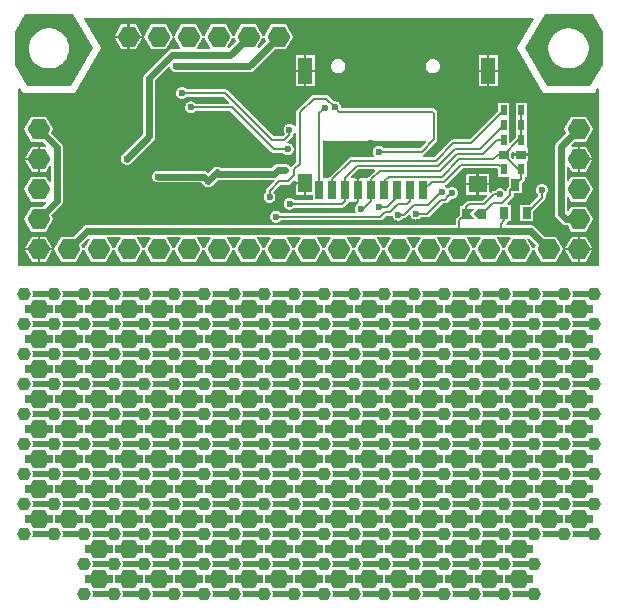
<source format=gbl>
%FSLAX46Y46*%
%MOMM*%
%ADD15C,0.200000*%
%ADD16C,0.600000*%
%AMPS13*
4,1,6,
0.606235,0.000000,
0.303117,0.525000,
-0.303117,0.525000,
-0.606235,0.000000,
-0.303117,-0.525000,
0.303117,-0.525000,
0.606235,0.000000,
0
*
%
%ADD13PS13*%
%AMPS10*
4,1,10,
0.606235,0.000000,
0.303117,0.525000,
-0.303117,0.525000,
-0.450252,0.270000,
-1.884155,0.270000,
-1.733765,0.000000,
-1.884155,-0.270000,
-0.450252,-0.270000,
-0.303117,-0.525000,
0.303117,-0.525000,
0.606235,0.000000,
0
*
%
%ADD10PS10*%
%AMPS14*
4,1,6,
0.606235,0.000000,
0.303117,0.525000,
-0.303117,0.525000,
-0.606235,0.000000,
-0.303117,-0.525000,
0.303117,-0.525000,
0.606235,0.000000,
0
*
%
%ADD14PS14*%
%AMPS24*
21,1,0.700000,1.600000,0.000000,0.000000,180.000000*
%
%ADD24PS24*%
%AMPS20*
21,1,0.800000,0.750000,0.000000,0.000000,180.000000*
%
%ADD20PS20*%
%AMPS17*
21,1,0.500000,0.900000,0.000000,0.000000,360.000000*
%
%ADD17PS17*%
%AMPS25*
21,1,1.200000,2.200000,0.000000,0.000000,180.000000*
%
%ADD25PS25*%
%AMPS27*
21,1,1.600000,1.400000,0.000000,0.000000,180.000000*
%
%ADD27PS27*%
%AMPS26*
21,1,1.200000,1.600000,0.000000,0.000000,180.000000*
%
%ADD26PS26*%
%AMPS18*
21,1,0.700000,1.000000,0.000000,0.000000,180.000000*
%
%ADD18PS18*%
%AMPS28*
1,1,0.700000,0.000000,0.000000*
%
%ADD28PS28*%
%AMPS30*
1,1,0.600000,0.000000,0.000000*
%
%ADD30PS30*%
%AMPS22*
4,1,5,
0.300000,0.000000,
0.750000,-0.450000,
-0.300000,-0.450000,
-0.300000,0.450000,
0.750000,0.450000,
0.300000,0.000000,
0
*
%
%ADD22PS22*%
%AMPS11*
4,1,12,
1.170000,-0.350000,
1.170000,0.350000,
0.721543,0.350000,
0.461893,0.800000,
-0.461893,0.800000,
-0.721543,0.350000,
-1.170000,0.350000,
-1.170000,-0.350000,
-0.721543,-0.350000,
-0.461893,-0.800000,
0.461893,-0.800000,
0.721543,-0.350000,
1.170000,-0.350000,
0
*
%
%ADD11PS11*%
%AMPS29*
1,1,0.600000,0.000000,0.000000*
%
%ADD29PS29*%
%AMPS31*
1,1,0.600000,0.000000,0.000000*
%
%ADD31PS31*%
%AMPS12*
4,1,10,
0.606235,0.000000,
0.303117,0.525000,
-0.303117,0.525000,
-0.450252,0.270000,
-1.884155,0.270000,
-1.733765,0.000000,
-1.884155,-0.270000,
-0.450252,-0.270000,
-0.303117,-0.525000,
0.303117,-0.525000,
0.606235,0.000000,
0
*
%
%ADD12PS12*%
%AMPS21*
4,1,5,
-0.750000,0.000000,
-0.300000,0.450000,
0.300000,0.450000,
0.300000,-0.450000,
-0.300000,-0.450000,
-0.750000,0.000000,
0
*
%
%ADD21PS21*%
%AMPS19*
4,1,6,
0.981524,0.000000,
0.490762,0.850000,
-0.490762,0.850000,
-0.981524,0.000000,
-0.490762,-0.850000,
0.490762,-0.850000,
0.981524,0.000000,
0
*
%
%ADD19PS19*%
%AMPS23*
4,1,6,
-0.981524,0.000000,
-0.490762,-0.850000,
0.490762,-0.850000,
0.981524,0.000000,
0.490762,0.850000,
-0.490762,0.850000,
-0.981524,0.000000,
0
*
%
%ADD23PS23*%
G01*
%LPD*%
G36*
X-19307837Y-1400000D02*
X-19284816Y-1396584D01*
X-19250000Y-1394874D01*
X-19215184Y-1396584D01*
X-19192163Y-1400000D01*
X-18557837Y-1400000D01*
X-18534816Y-1396584D01*
X-18500000Y-1394874D01*
X-18465184Y-1396584D01*
X-18442163Y-1400000D01*
X-17807837Y-1400000D01*
X-17784816Y-1396584D01*
X-17750000Y-1394874D01*
X-17715184Y-1396584D01*
X-17692163Y-1400000D01*
X-17057837Y-1400000D01*
X-17034816Y-1396584D01*
X-17000000Y-1394874D01*
X-16965184Y-1396584D01*
X-16942163Y-1400000D01*
X-16307837Y-1400000D01*
X-16284816Y-1396584D01*
X-16250000Y-1394874D01*
X-16215184Y-1396584D01*
X-16192163Y-1400000D01*
X-15557837Y-1400000D01*
X-15534816Y-1396584D01*
X-15500000Y-1394874D01*
X-15465184Y-1396584D01*
X-15442163Y-1400000D01*
X-14807837Y-1400000D01*
X-14784816Y-1396584D01*
X-14750000Y-1394874D01*
X-14715184Y-1396584D01*
X-14692163Y-1400000D01*
X-14057837Y-1400000D01*
X-14034816Y-1396584D01*
X-14000000Y-1394874D01*
X-13965184Y-1396584D01*
X-13942163Y-1400000D01*
X-13307837Y-1400000D01*
X-13284816Y-1396584D01*
X-13250000Y-1394874D01*
X-13215184Y-1396584D01*
X-13192163Y-1400000D01*
X-12557837Y-1400000D01*
X-12534816Y-1396584D01*
X-12500000Y-1394874D01*
X-12465184Y-1396584D01*
X-12442163Y-1400000D01*
X-11807837Y-1400000D01*
X-11784816Y-1396584D01*
X-11750000Y-1394874D01*
X-11715184Y-1396584D01*
X-11692163Y-1400000D01*
X-11057837Y-1400000D01*
X-11034816Y-1396584D01*
X-11000000Y-1394874D01*
X-10965184Y-1396584D01*
X-10942163Y-1400000D01*
X-10307837Y-1400000D01*
X-10284816Y-1396584D01*
X-10250000Y-1394874D01*
X-10215184Y-1396584D01*
X-10192163Y-1400000D01*
X-9557837Y-1400000D01*
X-9534816Y-1396584D01*
X-9500000Y-1394874D01*
X-9465184Y-1396584D01*
X-9442163Y-1400000D01*
X-8807837Y-1400000D01*
X-8784816Y-1396584D01*
X-8750000Y-1394874D01*
X-8715184Y-1396584D01*
X-8692163Y-1400000D01*
X-8057837Y-1400000D01*
X-8034816Y-1396584D01*
X-8000000Y-1394874D01*
X-7965184Y-1396584D01*
X-7942163Y-1400000D01*
X-7307837Y-1400000D01*
X-7284816Y-1396584D01*
X-7250000Y-1394874D01*
X-7215184Y-1396584D01*
X-7192163Y-1400000D01*
X-6557837Y-1400000D01*
X-6534816Y-1396584D01*
X-6500000Y-1394874D01*
X-6465184Y-1396584D01*
X-6442163Y-1400000D01*
X-5807837Y-1400000D01*
X-5784816Y-1396584D01*
X-5750000Y-1394874D01*
X-5715184Y-1396584D01*
X-5692163Y-1400000D01*
X5692163Y-1400000D01*
X5715184Y-1396584D01*
X5750000Y-1394874D01*
X5784816Y-1396584D01*
X5807837Y-1400000D01*
X6442163Y-1400000D01*
X6465184Y-1396584D01*
X6500000Y-1394874D01*
X6534816Y-1396584D01*
X6557837Y-1400000D01*
X7192163Y-1400000D01*
X7215184Y-1396584D01*
X7250000Y-1394874D01*
X7284816Y-1396584D01*
X7307837Y-1400000D01*
X7942163Y-1400000D01*
X7965184Y-1396584D01*
X8000000Y-1394874D01*
X8034816Y-1396584D01*
X8057837Y-1400000D01*
X8692163Y-1400000D01*
X8715184Y-1396584D01*
X8750000Y-1394874D01*
X8784816Y-1396584D01*
X8807837Y-1400000D01*
X9442163Y-1400000D01*
X9465184Y-1396584D01*
X9500000Y-1394874D01*
X9534816Y-1396584D01*
X9557837Y-1400000D01*
X10192163Y-1400000D01*
X10215184Y-1396584D01*
X10250000Y-1394874D01*
X10284816Y-1396584D01*
X10307837Y-1400000D01*
X10942163Y-1400000D01*
X10965184Y-1396584D01*
X11000000Y-1394874D01*
X11034816Y-1396584D01*
X11057837Y-1400000D01*
X11692163Y-1400000D01*
X11715184Y-1396584D01*
X11750000Y-1394874D01*
X11784816Y-1396584D01*
X11807837Y-1400000D01*
X12442163Y-1400000D01*
X12465184Y-1396584D01*
X12500000Y-1394874D01*
X12534816Y-1396584D01*
X12557837Y-1400000D01*
X13192163Y-1400000D01*
X13215184Y-1396584D01*
X13250000Y-1394874D01*
X13284816Y-1396584D01*
X13307837Y-1400000D01*
X13942163Y-1400000D01*
X13965184Y-1396584D01*
X14000000Y-1394874D01*
X14034816Y-1396584D01*
X14057837Y-1400000D01*
X14692163Y-1400000D01*
X14715184Y-1396584D01*
X14750000Y-1394874D01*
X14784816Y-1396584D01*
X14807837Y-1400000D01*
X15442163Y-1400000D01*
X15465184Y-1396584D01*
X15500000Y-1394874D01*
X15534816Y-1396584D01*
X15557837Y-1400000D01*
X16192163Y-1400000D01*
X16215184Y-1396584D01*
X16250000Y-1394874D01*
X16284816Y-1396584D01*
X16307837Y-1400000D01*
X16942163Y-1400000D01*
X16965184Y-1396584D01*
X17000000Y-1394874D01*
X17034816Y-1396584D01*
X17057837Y-1400000D01*
X17692163Y-1400000D01*
X17715184Y-1396584D01*
X17750000Y-1394874D01*
X17784816Y-1396584D01*
X17807837Y-1400000D01*
X18442163Y-1400000D01*
X18465184Y-1396584D01*
X18500000Y-1394874D01*
X18534816Y-1396584D01*
X18557837Y-1400000D01*
X19192163Y-1400000D01*
X19215184Y-1396584D01*
X19250000Y-1394874D01*
X19284816Y-1396584D01*
X19307837Y-1400000D01*
X24590000Y-1400000D01*
X24590000Y13571038D01*
X24441765Y13610759D01*
X24199295Y13190800D01*
X19800712Y13190800D01*
X17601405Y17000000D01*
X19039048Y19489999D01*
X18981313Y19590000D01*
X-18981306Y19590000D01*
X-19039041Y19489999D01*
X-17601398Y17000000D01*
X-19800705Y13190800D01*
X-24199288Y13190800D01*
X-24441765Y13610771D01*
X-24590000Y13571050D01*
X-24590000Y-1400000D01*
X-19307837Y-1400000D01*
D02*
G37*
%LPC*%
G36*
X-15399998Y7144008D02*
X-15415092Y7145494D01*
X-15449516Y7147186D01*
X-15483604Y7152242D01*
X-15498711Y7153730D01*
X-15513237Y7158136D01*
X-15546665Y7166508D01*
X-15579124Y7178123D01*
X-15593636Y7182525D01*
X-15607010Y7189674D01*
X-15638164Y7204408D01*
X-15667732Y7222131D01*
X-15681116Y7229284D01*
X-15692843Y7238909D01*
X-15720519Y7259434D01*
X-15746073Y7282595D01*
X-15757791Y7292211D01*
X-15767406Y7303926D01*
X-15790562Y7329477D01*
X-15811095Y7357162D01*
X-15820716Y7368885D01*
X-15827860Y7382252D01*
X-15845588Y7411827D01*
X-15860332Y7443003D01*
X-15867475Y7456365D01*
X-15871872Y7470860D01*
X-15883490Y7503330D01*
X-15891868Y7536777D01*
X-15896268Y7551282D01*
X-15897755Y7566378D01*
X-15902814Y7600477D01*
X-15904507Y7634925D01*
X-15905991Y7649999D01*
X-15904507Y7665072D01*
X-15902814Y7699516D01*
X-15897755Y7733624D01*
X-15896269Y7748712D01*
X-15891869Y7763218D01*
X-15883490Y7796670D01*
X-15871870Y7829145D01*
X-15867474Y7843635D01*
X-15860337Y7856988D01*
X-15845590Y7888170D01*
X-15827856Y7917756D01*
X-15820718Y7931109D01*
X-15811104Y7942824D01*
X-15790565Y7970520D01*
X-15767412Y7996067D01*
X-15764212Y7999965D01*
X-15760646Y8003532D01*
X-15757265Y8007263D01*
X-15753533Y8010645D01*
X-14005000Y9759179D01*
X-14005000Y14510075D01*
X-13996269Y14598713D01*
X-13967474Y14693636D01*
X-13920716Y14781113D01*
X-13864215Y14849962D01*
X-11918624Y16795554D01*
X-11911504Y16802675D01*
X-11842647Y16859182D01*
X-11755170Y16905940D01*
X-11660247Y16934735D01*
X-11571609Y16943466D01*
X-10911025Y16943466D01*
X-10853290Y17043467D01*
X-11388239Y17970000D01*
X-10779117Y19025000D01*
X-9560883Y19025000D01*
X-8951761Y17970000D01*
X-9486710Y17043467D01*
X-9428975Y16943466D01*
X-8371025Y16943466D01*
X-8313290Y17043467D01*
X-8848239Y17970000D01*
X-8239117Y19025000D01*
X-7020883Y19025000D01*
X-6411761Y17970000D01*
X-6905827Y17114278D01*
X-6766676Y17007502D01*
X-6123736Y17650441D01*
X-6308239Y17970000D01*
X-5699117Y19025000D01*
X-4480883Y19025000D01*
X-3871761Y17970000D01*
X-4365827Y17114277D01*
X-4226676Y17007501D01*
X-3583736Y17650441D01*
X-3768239Y17970000D01*
X-3159117Y19025000D01*
X-1940883Y19025000D01*
X-1331761Y17970000D01*
X-1940883Y16915000D01*
X-2890822Y16915000D01*
X-4656338Y15149483D01*
X-4662812Y15141714D01*
X-4738883Y15079284D01*
X-4826363Y15032525D01*
X-4921284Y15003731D01*
X-5009933Y14995000D01*
X-11244966Y14995000D01*
X-11250000Y14994752D01*
X-11255034Y14995000D01*
X-11260068Y14995000D01*
X-11265087Y14995494D01*
X-11299517Y14997186D01*
X-11333605Y15002242D01*
X-11348711Y15003730D01*
X-11363237Y15008136D01*
X-11396665Y15016508D01*
X-11429124Y15028123D01*
X-11443637Y15032525D01*
X-11457011Y15039674D01*
X-11488164Y15054408D01*
X-11517733Y15072131D01*
X-11531113Y15079283D01*
X-11542840Y15088907D01*
X-11570519Y15109434D01*
X-11596065Y15132587D01*
X-11607793Y15142212D01*
X-11617411Y15153932D01*
X-11640562Y15179478D01*
X-11661098Y15207166D01*
X-11670716Y15218885D01*
X-11677861Y15232252D01*
X-11695590Y15261830D01*
X-11710333Y15293003D01*
X-11717475Y15306364D01*
X-11721872Y15320860D01*
X-11785930Y15499891D01*
X-12995000Y14290821D01*
X-12995000Y9539935D01*
X-13003731Y9451284D01*
X-13032525Y9356363D01*
X-13079284Y9268884D01*
X-13141715Y9192811D01*
X-13149484Y9186337D01*
X-15039349Y7296474D01*
X-15042736Y7292736D01*
X-15046474Y7289349D01*
X-15050034Y7285789D01*
X-15053923Y7282598D01*
X-15079477Y7259438D01*
X-15107162Y7238905D01*
X-15118888Y7229282D01*
X-15132257Y7222136D01*
X-15161826Y7204413D01*
X-15192983Y7189677D01*
X-15206364Y7182525D01*
X-15220883Y7178120D01*
X-15253330Y7166510D01*
X-15286757Y7158137D01*
X-15301282Y7153731D01*
X-15316398Y7152242D01*
X-15350477Y7147186D01*
X-15384904Y7145494D01*
X-15399998Y7144008D01*
D02*
G37*
%LPC*%
G36*
X-12100883Y16915000D02*
X-13319117Y16915000D01*
X-13928238Y17970000D01*
X-13319117Y19025000D01*
X-12100883Y19025000D01*
X-11491761Y17970000D01*
X-12100883Y16915000D01*
D02*
G37*
%LPC*%
G36*
X-15350000Y18070000D02*
X-16404729Y18070000D01*
X-15856231Y19020000D01*
X-15350000Y19020000D01*
X-15350000Y18070000D01*
D02*
G37*
%LPC*%
G36*
X-14095271Y18070000D02*
X-15150000Y18070000D01*
X-15150000Y19020000D01*
X-14643769Y19020000D01*
X-14095271Y18070000D01*
D02*
G37*
%LPC*%
G36*
X-14643769Y16920000D02*
X-15150000Y16920000D01*
X-15150000Y17870000D01*
X-14095271Y17870000D01*
X-14643769Y16920000D01*
D02*
G37*
%LPC*%
G36*
X-15350000Y16920000D02*
X-15856231Y16920000D01*
X-16404729Y17870000D01*
X-15350000Y17870000D01*
X-15350000Y16920000D01*
D02*
G37*
%LPC*%
G36*
X15100000Y15199998D02*
X14400000Y15199998D01*
X14400000Y16399998D01*
X15100000Y16399998D01*
X15100000Y15199998D01*
D02*
G37*
%LPC*%
G36*
X-400000Y15199998D02*
X-1100000Y15199998D01*
X-1100000Y16399998D01*
X-400000Y16399998D01*
X-400000Y15199998D01*
D02*
G37*
%LPC*%
G36*
X500000Y15199998D02*
X-200000Y15199998D01*
X-200000Y16399998D01*
X500000Y16399998D01*
X500000Y15199998D01*
D02*
G37*
%LPC*%
G36*
X16000000Y15199998D02*
X15300000Y15199998D01*
X15300000Y16399998D01*
X16000000Y16399998D01*
X16000000Y15199998D01*
D02*
G37*
%LPC*%
G36*
X2500000Y14894874D02*
X2440679Y14897788D01*
X2381946Y14906501D01*
X2324347Y14920928D01*
X2268425Y14940939D01*
X2214747Y14966326D01*
X2163807Y14996858D01*
X2116115Y15032228D01*
X2072111Y15072111D01*
X2032228Y15116115D01*
X1996858Y15163807D01*
X1966326Y15214747D01*
X1940939Y15268425D01*
X1920928Y15324347D01*
X1906501Y15381946D01*
X1897788Y15440679D01*
X1894874Y15499998D01*
X1897788Y15559321D01*
X1906501Y15618054D01*
X1920928Y15675653D01*
X1940939Y15731575D01*
X1966326Y15785253D01*
X1996858Y15836193D01*
X2032228Y15883885D01*
X2072111Y15927889D01*
X2116115Y15967772D01*
X2163807Y16003142D01*
X2214747Y16033674D01*
X2268425Y16059061D01*
X2324347Y16079072D01*
X2381946Y16093499D01*
X2440679Y16102212D01*
X2500000Y16105126D01*
X2559321Y16102212D01*
X2618054Y16093499D01*
X2675653Y16079072D01*
X2731575Y16059061D01*
X2785253Y16033674D01*
X2836193Y16003142D01*
X2883885Y15967772D01*
X2927889Y15927889D01*
X2967772Y15883885D01*
X3003142Y15836193D01*
X3033674Y15785253D01*
X3059061Y15731575D01*
X3079072Y15675653D01*
X3093499Y15618054D01*
X3102212Y15559321D01*
X3105126Y15499998D01*
X3102212Y15440679D01*
X3093499Y15381946D01*
X3079072Y15324347D01*
X3059061Y15268425D01*
X3033674Y15214747D01*
X3003142Y15163807D01*
X2967772Y15116115D01*
X2927889Y15072111D01*
X2883885Y15032228D01*
X2836193Y14996858D01*
X2785253Y14966326D01*
X2731575Y14940939D01*
X2675653Y14920928D01*
X2618054Y14906501D01*
X2559321Y14897788D01*
X2500000Y14894874D01*
D02*
G37*
%LPC*%
G36*
X10500004Y14894872D02*
X10440683Y14897786D01*
X10381950Y14906499D01*
X10324351Y14920926D01*
X10268429Y14940937D01*
X10214751Y14966324D01*
X10163811Y14996856D01*
X10116119Y15032226D01*
X10072115Y15072109D01*
X10032232Y15116113D01*
X9996862Y15163805D01*
X9966330Y15214745D01*
X9940943Y15268423D01*
X9920932Y15324345D01*
X9906505Y15381944D01*
X9897792Y15440677D01*
X9894878Y15499998D01*
X9897792Y15559319D01*
X9906505Y15618052D01*
X9920932Y15675651D01*
X9940943Y15731573D01*
X9966330Y15785251D01*
X9996862Y15836191D01*
X10032232Y15883883D01*
X10072115Y15927887D01*
X10116119Y15967770D01*
X10163811Y16003140D01*
X10214751Y16033672D01*
X10268429Y16059059D01*
X10324351Y16079070D01*
X10381950Y16093497D01*
X10440683Y16102210D01*
X10500004Y16105124D01*
X10559325Y16102210D01*
X10618058Y16093497D01*
X10675657Y16079070D01*
X10731579Y16059059D01*
X10785257Y16033672D01*
X10836197Y16003140D01*
X10883889Y15967770D01*
X10927893Y15927887D01*
X10967776Y15883883D01*
X11003146Y15836191D01*
X11033678Y15785251D01*
X11059065Y15731573D01*
X11079076Y15675651D01*
X11093503Y15618052D01*
X11102216Y15559319D01*
X11105130Y15499998D01*
X11102216Y15440677D01*
X11093503Y15381944D01*
X11079076Y15324345D01*
X11059065Y15268423D01*
X11033678Y15214745D01*
X11003146Y15163805D01*
X10967776Y15116113D01*
X10927893Y15072109D01*
X10883889Y15032226D01*
X10836197Y14996856D01*
X10785257Y14966324D01*
X10731579Y14940937D01*
X10675657Y14920926D01*
X10618058Y14906499D01*
X10559325Y14897786D01*
X10500004Y14894872D01*
D02*
G37*
%LPC*%
G36*
X16000000Y13799998D02*
X15300000Y13799998D01*
X15300000Y14999998D01*
X16000000Y14999998D01*
X16000000Y13799998D01*
D02*
G37*
%LPC*%
G36*
X15100000Y13799998D02*
X14400000Y13799998D01*
X14400000Y14999998D01*
X15100000Y14999998D01*
X15100000Y13799998D01*
D02*
G37*
%LPC*%
G36*
X500000Y13799998D02*
X-200000Y13799998D01*
X-200000Y14999998D01*
X500000Y14999998D01*
X500000Y13799998D01*
D02*
G37*
%LPC*%
G36*
X-400000Y13799998D02*
X-1100000Y13799998D01*
X-1100000Y14999998D01*
X-400000Y14999998D01*
X-400000Y13799998D01*
D02*
G37*
%LPC*%
G36*
X4300000Y6000000D02*
X4745000Y6000000D01*
X4745000Y6005000D01*
X5010833Y6005000D01*
X5045579Y6070003D01*
X5083137Y6115767D01*
X5090906Y6122241D01*
X5590232Y6621567D01*
X5539092Y6745030D01*
X4214363Y6745030D01*
X3597796Y6128463D01*
X3648936Y6005000D01*
X3655000Y6005000D01*
X3655000Y6000000D01*
X4100000Y6000000D01*
X4100000Y4000000D01*
X3655000Y4000000D01*
X3655000Y3995000D01*
X3389165Y3995000D01*
X3354420Y3929996D01*
X3316862Y3884232D01*
X3309093Y3877758D01*
X3043228Y3611893D01*
X3036754Y3604124D01*
X2990988Y3566565D01*
X2938085Y3538288D01*
X2880686Y3520874D01*
X2831053Y3515987D01*
X-1178272Y3515987D01*
X-1232692Y3521344D01*
X-1300977Y3459459D01*
X-1340800Y3429924D01*
X-1383326Y3404433D01*
X-1428150Y3383234D01*
X-1474833Y3366530D01*
X-1522940Y3354481D01*
X-1571976Y3347207D01*
X-1621500Y3344773D01*
X-1671024Y3347207D01*
X-1720060Y3354481D01*
X-1768167Y3366530D01*
X-1814856Y3383237D01*
X-1859672Y3404433D01*
X-1902195Y3429921D01*
X-1942023Y3459459D01*
X-1978764Y3492757D01*
X-2012062Y3529498D01*
X-2041597Y3569321D01*
X-2067088Y3611847D01*
X-2088287Y3656671D01*
X-2104991Y3703354D01*
X-2117040Y3751461D01*
X-2124314Y3800497D01*
X-2126748Y3850021D01*
X-2124314Y3899545D01*
X-2117040Y3948581D01*
X-2104991Y3996688D01*
X-2088287Y4043371D01*
X-2067088Y4088195D01*
X-2041597Y4130721D01*
X-2012062Y4170544D01*
X-1978764Y4207284D01*
X-1942025Y4240583D01*
X-1902197Y4270119D01*
X-1859676Y4295607D01*
X-1814850Y4316808D01*
X-1768167Y4333512D01*
X-1720060Y4345561D01*
X-1671024Y4352835D01*
X-1621500Y4355269D01*
X-1571976Y4352835D01*
X-1522940Y4345561D01*
X-1474833Y4333512D01*
X-1428150Y4316808D01*
X-1383324Y4295607D01*
X-1340803Y4270119D01*
X-1300975Y4240583D01*
X-1264236Y4207284D01*
X-1219780Y4158234D01*
X-1137535Y4150133D01*
X-1057947Y4125987D01*
X345000Y4125987D01*
X345000Y4600000D01*
X-200000Y4600000D01*
X-200000Y5700000D01*
X-1100000Y5700000D01*
X-1100000Y5794062D01*
X-1223463Y5845202D01*
X-1527095Y5541570D01*
X-1533509Y5533732D01*
X-1580001Y5495576D01*
X-1632901Y5467301D01*
X-1690300Y5449887D01*
X-1728307Y5446145D01*
X-1739936Y5445000D01*
X-2373665Y5445000D01*
X-2992583Y4826082D01*
X-2921941Y4748134D01*
X-2892403Y4708306D01*
X-2866915Y4665783D01*
X-2845719Y4620967D01*
X-2829012Y4574278D01*
X-2816963Y4526171D01*
X-2809689Y4477135D01*
X-2807255Y4427611D01*
X-2809689Y4378087D01*
X-2816963Y4329051D01*
X-2829012Y4280944D01*
X-2845716Y4234261D01*
X-2866915Y4189437D01*
X-2892406Y4146911D01*
X-2921941Y4107088D01*
X-2955239Y4070347D01*
X-2991980Y4037049D01*
X-3031803Y4007514D01*
X-3074329Y3982023D01*
X-3119153Y3960824D01*
X-3165836Y3944120D01*
X-3213943Y3932071D01*
X-3262979Y3924797D01*
X-3312503Y3922363D01*
X-3362027Y3924797D01*
X-3411063Y3932071D01*
X-3459170Y3944120D01*
X-3505859Y3960827D01*
X-3550675Y3982023D01*
X-3593198Y4007511D01*
X-3633026Y4037049D01*
X-3669767Y4070347D01*
X-3703065Y4107088D01*
X-3732600Y4146911D01*
X-3758091Y4189437D01*
X-3779290Y4234261D01*
X-3795994Y4280944D01*
X-3808043Y4329051D01*
X-3815317Y4378087D01*
X-3817751Y4427611D01*
X-3815317Y4477135D01*
X-3808043Y4526171D01*
X-3795994Y4574278D01*
X-3779290Y4620961D01*
X-3758091Y4665785D01*
X-3732600Y4708311D01*
X-3703065Y4748134D01*
X-3669767Y4784874D01*
X-3617503Y4832245D01*
X-3617503Y4947572D01*
X-3612613Y4997200D01*
X-3595202Y5054594D01*
X-3566924Y5107499D01*
X-3535295Y5146039D01*
X-2909788Y5771547D01*
X-2960928Y5895010D01*
X-7640811Y5895010D01*
X-8136338Y5399484D01*
X-8142813Y5391714D01*
X-8153939Y5382583D01*
X-8179476Y5359438D01*
X-8207164Y5338904D01*
X-8218887Y5329283D01*
X-8232256Y5322137D01*
X-8261830Y5304411D01*
X-8292983Y5289677D01*
X-8306364Y5282525D01*
X-8320883Y5278120D01*
X-8353330Y5266510D01*
X-8386757Y5258137D01*
X-8401282Y5253731D01*
X-8416398Y5252242D01*
X-8450477Y5247186D01*
X-8484904Y5245494D01*
X-8499998Y5244008D01*
X-8515092Y5245494D01*
X-8549516Y5247186D01*
X-8583604Y5252242D01*
X-8598711Y5253730D01*
X-8613237Y5258136D01*
X-8646665Y5266508D01*
X-8679124Y5278123D01*
X-8693636Y5282525D01*
X-8707010Y5289674D01*
X-8738164Y5304408D01*
X-8767732Y5322131D01*
X-8781116Y5329284D01*
X-8792843Y5338909D01*
X-8820520Y5359435D01*
X-8846074Y5382594D01*
X-8849964Y5385787D01*
X-8853526Y5389349D01*
X-8857267Y5392739D01*
X-8860652Y5396474D01*
X-9109179Y5645000D01*
X-12744966Y5645000D01*
X-12750000Y5644752D01*
X-12755034Y5645000D01*
X-12760068Y5645000D01*
X-12765087Y5645494D01*
X-12799517Y5647186D01*
X-12833605Y5652242D01*
X-12848711Y5653730D01*
X-12863237Y5658136D01*
X-12896665Y5666508D01*
X-12929124Y5678123D01*
X-12943637Y5682525D01*
X-12957011Y5689674D01*
X-12988164Y5704408D01*
X-13017733Y5722131D01*
X-13031113Y5729283D01*
X-13042840Y5738907D01*
X-13070519Y5759434D01*
X-13096065Y5782587D01*
X-13107793Y5792212D01*
X-13117411Y5803932D01*
X-13140562Y5829478D01*
X-13161098Y5857166D01*
X-13170716Y5868885D01*
X-13177861Y5882252D01*
X-13195590Y5911830D01*
X-13210333Y5943003D01*
X-13217475Y5956364D01*
X-13221872Y5970860D01*
X-13233490Y6003329D01*
X-13241868Y6036778D01*
X-13246268Y6051284D01*
X-13247754Y6066371D01*
X-13252814Y6100476D01*
X-13254506Y6134912D01*
X-13255992Y6149998D01*
X-13254506Y6165084D01*
X-13252814Y6199522D01*
X-13247753Y6233633D01*
X-13246267Y6248718D01*
X-13241871Y6263212D01*
X-13233493Y6296661D01*
X-13221869Y6329148D01*
X-13217475Y6343633D01*
X-13210337Y6356988D01*
X-13195590Y6388170D01*
X-13177856Y6417756D01*
X-13170717Y6431111D01*
X-13161105Y6442823D01*
X-13140565Y6470519D01*
X-13117406Y6496072D01*
X-13107791Y6507789D01*
X-13096075Y6517404D01*
X-13070527Y6540560D01*
X-13042827Y6561102D01*
X-13031113Y6570716D01*
X-13017749Y6577860D01*
X-12988173Y6595589D01*
X-12956988Y6610337D01*
X-12943635Y6617474D01*
X-12929145Y6621870D01*
X-12896667Y6633491D01*
X-12863215Y6641869D01*
X-12848715Y6646268D01*
X-12833630Y6647754D01*
X-12799516Y6652814D01*
X-12765089Y6654506D01*
X-12760070Y6655000D01*
X-12755034Y6655000D01*
X-12750000Y6655248D01*
X-12744966Y6655000D01*
X-8889925Y6655000D01*
X-8801282Y6646268D01*
X-8772856Y6637646D01*
X-8772856Y6637645D01*
X-8706362Y6617473D01*
X-8618886Y6570716D01*
X-8495071Y6469107D01*
X-8099962Y6864215D01*
X-8031114Y6920715D01*
X-7943633Y6967474D01*
X-7848714Y6996268D01*
X-7760066Y7004999D01*
X-7739933Y7004999D01*
X-7651284Y6996268D01*
X-7556363Y6967474D01*
X-7439502Y6905010D01*
X-3109189Y6905010D01*
X-2982110Y7032088D01*
X-2974990Y7039209D01*
X-2906133Y7095716D01*
X-2818656Y7142474D01*
X-2723733Y7171269D01*
X-2635095Y7180000D01*
X-1980034Y7180000D01*
X-1975000Y7180248D01*
X-1969966Y7180000D01*
X-1964930Y7180000D01*
X-1959911Y7179506D01*
X-1925476Y7177814D01*
X-1891371Y7172754D01*
X-1876281Y7171268D01*
X-1861780Y7166869D01*
X-1828335Y7158492D01*
X-1795851Y7146868D01*
X-1781363Y7142473D01*
X-1768015Y7135339D01*
X-1736834Y7120592D01*
X-1707262Y7102865D01*
X-1693887Y7095717D01*
X-1682160Y7086093D01*
X-1654469Y7065558D01*
X-1628934Y7042414D01*
X-1617210Y7032792D01*
X-1607582Y7021059D01*
X-1513775Y6917560D01*
X-1055000Y7376335D01*
X-1055000Y9816011D01*
X-1192267Y9861355D01*
X-1234448Y9804477D01*
X-1267746Y9767736D01*
X-1316798Y9723280D01*
X-1324897Y9641037D01*
X-1342311Y9583637D01*
X-1370586Y9530737D01*
X-1408742Y9484245D01*
X-1416580Y9477831D01*
X-1795002Y9099410D01*
X-1756346Y8982394D01*
X-1676439Y8970540D01*
X-1628333Y8958491D01*
X-1581650Y8941787D01*
X-1536824Y8920586D01*
X-1494303Y8895098D01*
X-1454475Y8865562D01*
X-1417736Y8832263D01*
X-1384438Y8795523D01*
X-1354900Y8755695D01*
X-1329412Y8713172D01*
X-1308216Y8668356D01*
X-1291509Y8621667D01*
X-1279460Y8573560D01*
X-1272186Y8524524D01*
X-1269752Y8475000D01*
X-1272186Y8425476D01*
X-1279460Y8376440D01*
X-1291509Y8328333D01*
X-1308213Y8281650D01*
X-1329412Y8236826D01*
X-1354903Y8194300D01*
X-1384438Y8154477D01*
X-1417736Y8117736D01*
X-1454477Y8084438D01*
X-1494300Y8054903D01*
X-1536826Y8029412D01*
X-1581650Y8008213D01*
X-1628333Y7991509D01*
X-1676440Y7979460D01*
X-1725476Y7972186D01*
X-1775000Y7969752D01*
X-1824524Y7972186D01*
X-1873560Y7979460D01*
X-1921667Y7991509D01*
X-1968356Y8008216D01*
X-2013172Y8029412D01*
X-2055695Y8054900D01*
X-2095523Y8084438D01*
X-2132268Y8117740D01*
X-2179630Y8170000D01*
X-2985066Y8170000D01*
X-3034699Y8174887D01*
X-3092098Y8192301D01*
X-3145001Y8220578D01*
X-3190767Y8258137D01*
X-3197241Y8265906D01*
X-6637537Y11706202D01*
X-9553593Y11706202D01*
X-9600955Y11653942D01*
X-9637700Y11620640D01*
X-9677523Y11591105D01*
X-9720049Y11565614D01*
X-9764873Y11544415D01*
X-9811556Y11527711D01*
X-9859663Y11515662D01*
X-9908699Y11508388D01*
X-9958223Y11505954D01*
X-10007747Y11508388D01*
X-10056783Y11515662D01*
X-10104890Y11527711D01*
X-10151579Y11544418D01*
X-10196395Y11565614D01*
X-10238918Y11591102D01*
X-10278746Y11620640D01*
X-10315487Y11653938D01*
X-10348785Y11690679D01*
X-10378320Y11730502D01*
X-10403811Y11773028D01*
X-10425010Y11817852D01*
X-10441714Y11864535D01*
X-10453763Y11912642D01*
X-10461037Y11961678D01*
X-10463471Y12011202D01*
X-10461037Y12060726D01*
X-10453763Y12109762D01*
X-10441714Y12157869D01*
X-10425010Y12204552D01*
X-10403811Y12249376D01*
X-10378320Y12291902D01*
X-10348785Y12331725D01*
X-10315487Y12368465D01*
X-10278748Y12401764D01*
X-10238920Y12431300D01*
X-10196399Y12456788D01*
X-10151573Y12477989D01*
X-10104890Y12494693D01*
X-10056783Y12506742D01*
X-10007747Y12514016D01*
X-9958223Y12516450D01*
X-9908699Y12514016D01*
X-9859663Y12506742D01*
X-9811556Y12494693D01*
X-9764873Y12477989D01*
X-9720047Y12456788D01*
X-9677526Y12431300D01*
X-9637698Y12401764D01*
X-9600959Y12368465D01*
X-9553592Y12316202D01*
X-6785730Y12316202D01*
X-6734590Y12439665D01*
X-7214925Y12920000D01*
X-10320370Y12920000D01*
X-10367732Y12867740D01*
X-10404477Y12834438D01*
X-10444300Y12804903D01*
X-10486826Y12779412D01*
X-10531650Y12758213D01*
X-10578333Y12741509D01*
X-10626440Y12729460D01*
X-10675476Y12722186D01*
X-10725000Y12719752D01*
X-10774524Y12722186D01*
X-10823560Y12729460D01*
X-10871667Y12741509D01*
X-10918356Y12758216D01*
X-10963172Y12779412D01*
X-11005695Y12804900D01*
X-11045523Y12834438D01*
X-11082264Y12867736D01*
X-11115562Y12904477D01*
X-11145097Y12944300D01*
X-11170588Y12986826D01*
X-11191787Y13031650D01*
X-11208491Y13078333D01*
X-11220540Y13126440D01*
X-11227814Y13175476D01*
X-11230248Y13225000D01*
X-11227814Y13274524D01*
X-11220540Y13323560D01*
X-11208491Y13371667D01*
X-11191787Y13418350D01*
X-11170588Y13463174D01*
X-11145097Y13505700D01*
X-11115562Y13545523D01*
X-11082264Y13582263D01*
X-11045525Y13615562D01*
X-11005697Y13645098D01*
X-10963176Y13670586D01*
X-10918350Y13691787D01*
X-10871667Y13708491D01*
X-10823560Y13720540D01*
X-10774524Y13727814D01*
X-10725000Y13730248D01*
X-10675476Y13727814D01*
X-10626440Y13720540D01*
X-10578333Y13708491D01*
X-10531650Y13691787D01*
X-10486824Y13670586D01*
X-10444303Y13645098D01*
X-10404475Y13615562D01*
X-10367736Y13582263D01*
X-10320369Y13530000D01*
X-7078513Y13530000D01*
X-7028890Y13525112D01*
X-6971490Y13507698D01*
X-6918588Y13479421D01*
X-6872822Y13441862D01*
X-6866348Y13434093D01*
X-2987255Y9555000D01*
X-2202081Y9555000D01*
X-1988755Y9768326D01*
X-2045108Y9844302D01*
X-2070598Y9886826D01*
X-2091797Y9931650D01*
X-2108501Y9978333D01*
X-2120550Y10026440D01*
X-2127824Y10075476D01*
X-2130258Y10125000D01*
X-2127824Y10174524D01*
X-2120550Y10223560D01*
X-2108501Y10271667D01*
X-2091797Y10318350D01*
X-2070598Y10363174D01*
X-2045107Y10405700D01*
X-2015572Y10445523D01*
X-1982274Y10482263D01*
X-1945535Y10515562D01*
X-1905707Y10545098D01*
X-1863186Y10570586D01*
X-1818360Y10591787D01*
X-1771677Y10608491D01*
X-1723570Y10620540D01*
X-1674534Y10627814D01*
X-1625010Y10630248D01*
X-1575486Y10627814D01*
X-1526450Y10620540D01*
X-1478343Y10608491D01*
X-1431660Y10591787D01*
X-1386834Y10570586D01*
X-1344313Y10545098D01*
X-1304485Y10515562D01*
X-1267746Y10482263D01*
X-1234448Y10445523D01*
X-1192267Y10388645D01*
X-1055000Y10433989D01*
X-1055000Y11580933D01*
X-1050110Y11630561D01*
X-1032698Y11687957D01*
X-1004422Y11740858D01*
X-988257Y11760554D01*
X-972790Y11779402D01*
X206910Y12959103D01*
X213384Y12966872D01*
X259150Y13004431D01*
X312052Y13032708D01*
X369452Y13050122D01*
X419075Y13055010D01*
X1510065Y13055010D01*
X1559693Y13050120D01*
X1617087Y13032709D01*
X1669992Y13004431D01*
X1708532Y12972802D01*
X2179550Y12501784D01*
X2250002Y12505248D01*
X2299524Y12502814D01*
X2348560Y12495540D01*
X2396667Y12483491D01*
X2443350Y12466787D01*
X2488176Y12445586D01*
X2530697Y12420098D01*
X2570525Y12390562D01*
X2607264Y12357263D01*
X2640562Y12320523D01*
X2670100Y12280695D01*
X2695588Y12238172D01*
X2716784Y12193356D01*
X2733491Y12146667D01*
X2745540Y12098560D01*
X2752814Y12049524D01*
X2757468Y11955013D01*
X10463638Y11955013D01*
X10513266Y11950123D01*
X10570660Y11932712D01*
X10623565Y11904434D01*
X10662110Y11872801D01*
X10822802Y11712108D01*
X10831989Y11700914D01*
X10854444Y11673553D01*
X10882717Y11620657D01*
X10900129Y11563260D01*
X10905019Y11513632D01*
X10905019Y9286362D01*
X10900131Y9236739D01*
X10882717Y9179339D01*
X10854440Y9126437D01*
X10816881Y9080671D01*
X10809112Y9074197D01*
X9775930Y8041015D01*
X9769456Y8033246D01*
X9723691Y7995687D01*
X9650272Y7956445D01*
X9688196Y7805040D01*
X10616063Y7805040D01*
X12020116Y9209093D01*
X12026590Y9216862D01*
X12072356Y9254421D01*
X12125258Y9282698D01*
X12182658Y9300112D01*
X12232281Y9305000D01*
X13623665Y9305000D01*
X16045000Y11726335D01*
X16045000Y12405000D01*
X16955000Y12405000D01*
X16955000Y9060938D01*
X17078463Y9009798D01*
X17545000Y9476335D01*
X17545000Y12405000D01*
X18455000Y12405000D01*
X18455000Y8575000D01*
X18600000Y8575000D01*
X18600000Y8100000D01*
X17400000Y8100000D01*
X17400000Y8294062D01*
X17276537Y8345202D01*
X17105000Y8173665D01*
X17105000Y7826335D01*
X17276537Y7654798D01*
X17400000Y7705938D01*
X17400000Y7900000D01*
X18600000Y7900000D01*
X18600000Y7425000D01*
X18455000Y7425000D01*
X18455000Y6095000D01*
X18305000Y6095000D01*
X18305000Y5939923D01*
X18300112Y5890300D01*
X18282698Y5832900D01*
X18254421Y5779998D01*
X18216862Y5734232D01*
X18209093Y5727758D01*
X18055000Y5573665D01*
X18055000Y4745000D01*
X17384290Y4745000D01*
X17384290Y4579398D01*
X17379402Y4529775D01*
X17361988Y4472375D01*
X17333711Y4419473D01*
X17296152Y4373707D01*
X17288383Y4367233D01*
X16799613Y3878463D01*
X16850753Y3755000D01*
X17105000Y3755000D01*
X17105000Y2345000D01*
X16839165Y2345000D01*
X16804420Y2279996D01*
X16766862Y2234232D01*
X16759093Y2227758D01*
X16691332Y2159997D01*
X16742472Y2036534D01*
X18798541Y2036534D01*
X18887179Y2027803D01*
X18982102Y1999008D01*
X19069579Y1952250D01*
X19138428Y1895749D01*
X19979179Y1055000D01*
X20929117Y1055000D01*
X21538238Y0D01*
X20929117Y-1055000D01*
X19710883Y-1055000D01*
X19101761Y0D01*
X19286264Y319558D01*
X18643325Y962497D01*
X18504174Y855721D01*
X18998239Y0D01*
X18389117Y-1055000D01*
X17170883Y-1055000D01*
X16561761Y0D01*
X17096710Y926533D01*
X17038975Y1026534D01*
X15981025Y1026534D01*
X15923290Y926533D01*
X16458239Y0D01*
X15849117Y-1055000D01*
X14630883Y-1055000D01*
X14021761Y0D01*
X14556710Y926533D01*
X14498975Y1026534D01*
X13441025Y1026534D01*
X13383290Y926533D01*
X13918239Y0D01*
X13309117Y-1055000D01*
X12090883Y-1055000D01*
X11481761Y0D01*
X12016710Y926533D01*
X11958975Y1026534D01*
X10901025Y1026534D01*
X10843290Y926533D01*
X11378239Y0D01*
X10769117Y-1055000D01*
X9550883Y-1055000D01*
X8941761Y0D01*
X9476710Y926533D01*
X9418975Y1026534D01*
X8361025Y1026534D01*
X8303290Y926533D01*
X8838239Y0D01*
X8229117Y-1055000D01*
X7010883Y-1055000D01*
X6401761Y0D01*
X6936710Y926533D01*
X6878975Y1026534D01*
X5821025Y1026534D01*
X5763290Y926533D01*
X6298239Y0D01*
X5689117Y-1055000D01*
X4470883Y-1055000D01*
X3861761Y0D01*
X4396710Y926533D01*
X4338975Y1026534D01*
X3281025Y1026534D01*
X3223290Y926533D01*
X3758239Y0D01*
X3149117Y-1055000D01*
X1930883Y-1055000D01*
X1321761Y0D01*
X1856710Y926533D01*
X1798975Y1026534D01*
X741025Y1026534D01*
X683290Y926533D01*
X1218239Y0D01*
X609117Y-1055000D01*
X-609117Y-1055000D01*
X-1218239Y0D01*
X-683290Y926533D01*
X-741025Y1026534D01*
X-1798975Y1026534D01*
X-1856710Y926533D01*
X-1321761Y0D01*
X-1930883Y-1055000D01*
X-3149117Y-1055000D01*
X-3758239Y0D01*
X-3223290Y926533D01*
X-3281025Y1026534D01*
X-4338975Y1026534D01*
X-4396710Y926533D01*
X-3861761Y0D01*
X-4470883Y-1055000D01*
X-5689117Y-1055000D01*
X-6298239Y0D01*
X-5763290Y926533D01*
X-5821025Y1026534D01*
X-6878975Y1026534D01*
X-6936710Y926533D01*
X-6401761Y0D01*
X-7010883Y-1055000D01*
X-8229117Y-1055000D01*
X-8838239Y0D01*
X-8303290Y926533D01*
X-8361025Y1026534D01*
X-9418975Y1026534D01*
X-9476710Y926533D01*
X-8941761Y0D01*
X-9550883Y-1055000D01*
X-10769117Y-1055000D01*
X-11378239Y0D01*
X-10843290Y926533D01*
X-10901025Y1026534D01*
X-11958975Y1026534D01*
X-12016710Y926533D01*
X-11481761Y0D01*
X-12090883Y-1055000D01*
X-13309117Y-1055000D01*
X-13918239Y0D01*
X-13383290Y926533D01*
X-13441025Y1026534D01*
X-14498975Y1026534D01*
X-14556710Y926533D01*
X-14021761Y0D01*
X-14630883Y-1055000D01*
X-15849117Y-1055000D01*
X-16458239Y0D01*
X-15923290Y926533D01*
X-15981025Y1026534D01*
X-17038975Y1026534D01*
X-17096710Y926533D01*
X-16561761Y0D01*
X-17170883Y-1055000D01*
X-18389117Y-1055000D01*
X-18998239Y0D01*
X-18504173Y855722D01*
X-18643324Y962498D01*
X-19286264Y319559D01*
X-19101761Y0D01*
X-19710883Y-1055000D01*
X-20929117Y-1055000D01*
X-21538238Y0D01*
X-20929117Y1055000D01*
X-19979178Y1055000D01*
X-19145556Y1888622D01*
X-19138436Y1895743D01*
X-19069579Y1952250D01*
X-18982102Y1999008D01*
X-18887179Y2027803D01*
X-18798541Y2036534D01*
X12445000Y2036534D01*
X12445000Y2460066D01*
X12449887Y2509699D01*
X12467301Y2567098D01*
X12495578Y2620001D01*
X12533137Y2665767D01*
X12540906Y2672241D01*
X12795000Y2926335D01*
X12795000Y3655000D01*
X13010833Y3655000D01*
X13045579Y3720003D01*
X13083137Y3765767D01*
X13090906Y3772241D01*
X13327768Y4009103D01*
X13334242Y4016872D01*
X13380008Y4054431D01*
X13432910Y4082708D01*
X13490310Y4100122D01*
X13539933Y4105010D01*
X14737265Y4105010D01*
X15108790Y4476535D01*
X15057650Y4599998D01*
X14400004Y4599998D01*
X14400004Y5399998D01*
X15300004Y5399998D01*
X15300004Y4842352D01*
X15423467Y4791212D01*
X15496879Y4864624D01*
X15503353Y4872393D01*
X15549119Y4909952D01*
X15602021Y4938229D01*
X15659421Y4955643D01*
X15709044Y4960531D01*
X15778713Y4960531D01*
X15826080Y5012794D01*
X15862819Y5046093D01*
X15902647Y5075629D01*
X15945168Y5101117D01*
X15989994Y5122318D01*
X16036677Y5139022D01*
X16084784Y5151071D01*
X16133820Y5158345D01*
X16183344Y5160779D01*
X16232868Y5158345D01*
X16281904Y5151071D01*
X16330011Y5139022D01*
X16376694Y5122318D01*
X16421520Y5101117D01*
X16464041Y5075629D01*
X16503869Y5046093D01*
X16540608Y5012794D01*
X16573906Y4976054D01*
X16637026Y4890946D01*
X16774290Y4936292D01*
X16774290Y5039356D01*
X16779177Y5088989D01*
X16796591Y5146388D01*
X16824868Y5199291D01*
X16862427Y5245057D01*
X16870196Y5251531D01*
X16945000Y5326335D01*
X16945000Y6095000D01*
X16045000Y6095000D01*
X16045000Y6773665D01*
X15973664Y6845001D01*
X13064334Y6845001D01*
X11710239Y5490906D01*
X11703765Y5483137D01*
X11658001Y5445580D01*
X11468061Y5344056D01*
X11606298Y5241539D01*
X11643039Y5208238D01*
X11676343Y5171492D01*
X11735249Y5092067D01*
X11849877Y5177074D01*
X11892398Y5202562D01*
X11937224Y5223763D01*
X11983907Y5240467D01*
X12032014Y5252516D01*
X12081050Y5259790D01*
X12130574Y5262224D01*
X12180098Y5259790D01*
X12229134Y5252516D01*
X12277241Y5240467D01*
X12323924Y5223763D01*
X12368750Y5202562D01*
X12411271Y5177074D01*
X12451099Y5147538D01*
X12487838Y5114239D01*
X12521136Y5077499D01*
X12550674Y5037671D01*
X12576162Y4995148D01*
X12597358Y4950332D01*
X12614065Y4903643D01*
X12626114Y4855536D01*
X12633388Y4806500D01*
X12635822Y4756976D01*
X12633388Y4707452D01*
X12626114Y4658416D01*
X12614065Y4610309D01*
X12597361Y4563626D01*
X12576162Y4518802D01*
X12550671Y4476276D01*
X12521136Y4436453D01*
X12487838Y4399712D01*
X12451097Y4366414D01*
X12411274Y4336879D01*
X12368748Y4311388D01*
X12323924Y4290189D01*
X12277241Y4273485D01*
X12229134Y4261436D01*
X12180098Y4254162D01*
X12130576Y4251728D01*
X12060124Y4255192D01*
X11796813Y3991880D01*
X11790339Y3984111D01*
X11744573Y3946552D01*
X11691670Y3918275D01*
X11634271Y3900861D01*
X11584638Y3895974D01*
X11356236Y3895974D01*
X10263723Y2803461D01*
X10257249Y2795692D01*
X10211483Y2758133D01*
X10158580Y2729856D01*
X10101181Y2712442D01*
X10051548Y2707555D01*
X9472835Y2707555D01*
X9425473Y2655295D01*
X9388728Y2621993D01*
X9348905Y2592458D01*
X9306379Y2566967D01*
X9261555Y2545768D01*
X9214872Y2529064D01*
X9166765Y2517015D01*
X9117729Y2509741D01*
X9068205Y2507307D01*
X9018681Y2509741D01*
X8969645Y2517015D01*
X8921538Y2529064D01*
X8874849Y2545771D01*
X8830033Y2566967D01*
X8787510Y2592455D01*
X8747682Y2621993D01*
X8710941Y2655291D01*
X8677643Y2692032D01*
X8648108Y2731855D01*
X8622617Y2774381D01*
X8601418Y2819205D01*
X8544899Y2977154D01*
X8274031Y2706286D01*
X8267557Y2698517D01*
X8221791Y2660958D01*
X8168888Y2632681D01*
X8111489Y2615267D01*
X8061856Y2610380D01*
X7989250Y2610380D01*
X7941888Y2558120D01*
X7905143Y2524818D01*
X7865320Y2495283D01*
X7822794Y2469792D01*
X7777970Y2448593D01*
X7731287Y2431889D01*
X7683180Y2419840D01*
X7634144Y2412566D01*
X7584620Y2410132D01*
X7535096Y2412566D01*
X7486060Y2419840D01*
X7437953Y2431889D01*
X7391264Y2448596D01*
X7346448Y2469792D01*
X7303925Y2495280D01*
X7264097Y2524818D01*
X7227356Y2558116D01*
X7194058Y2594857D01*
X7164523Y2634680D01*
X7139032Y2677206D01*
X7117833Y2722030D01*
X7101128Y2768715D01*
X7072246Y2884033D01*
X6959698Y2849888D01*
X6910067Y2845001D01*
X6564334Y2845001D01*
X6260239Y2540906D01*
X6253765Y2533137D01*
X6207999Y2495578D01*
X6155096Y2467301D01*
X6097697Y2449887D01*
X6048064Y2445000D01*
X-2345370Y2445000D01*
X-2392732Y2392740D01*
X-2429477Y2359438D01*
X-2469300Y2329903D01*
X-2511826Y2304412D01*
X-2556650Y2283213D01*
X-2603333Y2266509D01*
X-2651440Y2254460D01*
X-2700476Y2247186D01*
X-2750000Y2244752D01*
X-2799524Y2247186D01*
X-2848560Y2254460D01*
X-2896667Y2266509D01*
X-2943356Y2283216D01*
X-2988172Y2304412D01*
X-3030695Y2329900D01*
X-3070523Y2359438D01*
X-3107264Y2392736D01*
X-3140562Y2429477D01*
X-3170097Y2469300D01*
X-3195588Y2511826D01*
X-3216787Y2556650D01*
X-3233491Y2603333D01*
X-3245540Y2651440D01*
X-3252814Y2700476D01*
X-3255248Y2750000D01*
X-3252814Y2799524D01*
X-3245540Y2848560D01*
X-3233491Y2896667D01*
X-3216787Y2943350D01*
X-3195588Y2988174D01*
X-3170097Y3030700D01*
X-3140562Y3070523D01*
X-3107264Y3107263D01*
X-3070525Y3140562D01*
X-3030697Y3170098D01*
X-2988176Y3195586D01*
X-2943350Y3216787D01*
X-2896667Y3233491D01*
X-2848560Y3245540D01*
X-2799524Y3252814D01*
X-2750000Y3255248D01*
X-2700476Y3252814D01*
X-2651440Y3245540D01*
X-2603333Y3233491D01*
X-2556650Y3216787D01*
X-2511824Y3195586D01*
X-2469303Y3170098D01*
X-2429475Y3140562D01*
X-2392736Y3107263D01*
X-2345369Y3055000D01*
X4032660Y3055000D01*
X3958216Y3212402D01*
X3941509Y3259093D01*
X3929460Y3307200D01*
X3922186Y3356236D01*
X3919752Y3405760D01*
X3922186Y3455284D01*
X3929460Y3504320D01*
X3941509Y3552427D01*
X3958213Y3599110D01*
X3979412Y3643934D01*
X4004903Y3686460D01*
X4034438Y3726283D01*
X4067736Y3763023D01*
X4104475Y3796322D01*
X4194026Y3862733D01*
X4151985Y3990000D01*
X4300000Y3990000D01*
X4300000Y6000000D01*
D02*
G37*
%LPC*%
G36*
X22760000Y6570000D02*
X22253769Y6570000D01*
X21981701Y7041223D01*
X21833466Y7001502D01*
X21833466Y5708497D01*
X21981701Y5668776D01*
X22250883Y6135000D01*
X23469117Y6135000D01*
X24078239Y5080000D01*
X23469117Y4025000D01*
X22250883Y4025000D01*
X21981701Y4491224D01*
X21833466Y4451503D01*
X21833466Y3168497D01*
X21981701Y3128776D01*
X22250883Y3595000D01*
X23469117Y3595000D01*
X24078239Y2540000D01*
X23469117Y1485000D01*
X22250883Y1485000D01*
X21933331Y2035000D01*
X21768411Y2035000D01*
X21679760Y2043731D01*
X21584839Y2072525D01*
X21497361Y2119283D01*
X21420566Y2182305D01*
X21414149Y2190149D01*
X20978615Y2625683D01*
X20970771Y2632100D01*
X20907749Y2708895D01*
X20860991Y2796373D01*
X20832197Y2891294D01*
X20823466Y2979945D01*
X20823466Y8638532D01*
X20832197Y8727181D01*
X20860991Y8822102D01*
X20907749Y8909579D01*
X20970180Y8985653D01*
X20977950Y8992128D01*
X21826264Y9840442D01*
X21641761Y10160000D01*
X22250883Y11215000D01*
X23469117Y11215000D01*
X24078239Y10160000D01*
X23469117Y9105000D01*
X22519179Y9105000D01*
X22207642Y8793463D01*
X22258782Y8670000D01*
X22760000Y8670000D01*
X22760000Y6570000D01*
D02*
G37*
%LPC*%
G36*
X-22760000Y8670000D02*
X-22258782Y8670000D01*
X-22207642Y8793463D01*
X-22519179Y9105000D01*
X-23469117Y9105000D01*
X-24078239Y10160000D01*
X-23469117Y11215000D01*
X-22250883Y11215000D01*
X-21641761Y10160000D01*
X-21826264Y9840442D01*
X-20977950Y8992128D01*
X-20970180Y8985653D01*
X-20907749Y8909579D01*
X-20860991Y8822102D01*
X-20832197Y8727181D01*
X-20823466Y8638532D01*
X-20823466Y4061469D01*
X-20832197Y3972818D01*
X-20860991Y3877897D01*
X-20907750Y3790418D01*
X-20970181Y3714345D01*
X-20977950Y3707871D01*
X-21826264Y2859559D01*
X-21641761Y2540000D01*
X-22250883Y1485000D01*
X-23469117Y1485000D01*
X-24078239Y2540000D01*
X-23469117Y3595000D01*
X-22519179Y3595000D01*
X-22212642Y3901537D01*
X-22263782Y4025000D01*
X-23469117Y4025000D01*
X-24078239Y5080000D01*
X-23469117Y6135000D01*
X-22250883Y6135000D01*
X-21981701Y5668776D01*
X-21833466Y5708497D01*
X-21833466Y7001502D01*
X-21981701Y7041223D01*
X-22253769Y6570000D01*
X-22760000Y6570000D01*
X-22760000Y8670000D01*
D02*
G37*
%LPC*%
G36*
X24014729Y7720000D02*
X22960000Y7720000D01*
X22960000Y8670000D01*
X23466231Y8670000D01*
X24014729Y7720000D01*
D02*
G37*
%LPC*%
G36*
X-22960000Y8670000D02*
X-22960000Y7720000D01*
X-24014729Y7720000D01*
X-23466231Y8670000D01*
X-22960000Y8670000D01*
D02*
G37*
%LPC*%
G36*
X23466231Y6570000D02*
X22960000Y6570000D01*
X22960000Y7520000D01*
X24014729Y7520000D01*
X23466231Y6570000D01*
D02*
G37*
%LPC*%
G36*
X-22960000Y6570000D02*
X-23466231Y6570000D01*
X-24014729Y7520000D01*
X-22960000Y7520000D01*
X-22960000Y6570000D01*
D02*
G37*
%LPC*%
G36*
X14200004Y5599998D02*
X13300004Y5599998D01*
X13300004Y6399998D01*
X14200004Y6399998D01*
X14200004Y5599998D01*
D02*
G37*
%LPC*%
G36*
X15300004Y5599998D02*
X14400004Y5599998D01*
X14400004Y6399998D01*
X15300004Y6399998D01*
X15300004Y5599998D01*
D02*
G37*
%LPC*%
G36*
X19005000Y2345000D02*
X17895000Y2345000D01*
X17895000Y3755000D01*
X18723666Y3755000D01*
X19445000Y4476335D01*
X19445000Y4595370D01*
X19392740Y4642732D01*
X19359438Y4679477D01*
X19329903Y4719300D01*
X19304412Y4761826D01*
X19283213Y4806650D01*
X19266509Y4853333D01*
X19254460Y4901440D01*
X19247186Y4950476D01*
X19244752Y5000000D01*
X19247186Y5049524D01*
X19254460Y5098560D01*
X19266509Y5146667D01*
X19283213Y5193350D01*
X19304412Y5238174D01*
X19329903Y5280700D01*
X19359438Y5320523D01*
X19392736Y5357263D01*
X19429475Y5390562D01*
X19469303Y5420098D01*
X19511824Y5445586D01*
X19556650Y5466787D01*
X19603333Y5483491D01*
X19651440Y5495540D01*
X19700476Y5502814D01*
X19750000Y5505248D01*
X19799524Y5502814D01*
X19848560Y5495540D01*
X19896667Y5483491D01*
X19943350Y5466787D01*
X19988176Y5445586D01*
X20030697Y5420098D01*
X20070525Y5390562D01*
X20107264Y5357263D01*
X20140562Y5320523D01*
X20170100Y5280695D01*
X20195588Y5238172D01*
X20216784Y5193356D01*
X20233491Y5146667D01*
X20245540Y5098560D01*
X20252814Y5049524D01*
X20255248Y5000000D01*
X20252814Y4950476D01*
X20245540Y4901440D01*
X20233491Y4853333D01*
X20216787Y4806650D01*
X20195588Y4761826D01*
X20170097Y4719300D01*
X20140562Y4679477D01*
X20107260Y4642732D01*
X20055000Y4595370D01*
X20055000Y4339923D01*
X20050112Y4290300D01*
X20032698Y4232900D01*
X20004421Y4179998D01*
X19966862Y4134232D01*
X19959093Y4127758D01*
X19005000Y3173666D01*
X19005000Y2345000D01*
D02*
G37*
%LPC*%
G36*
X-400000Y4600000D02*
X-1100000Y4600000D01*
X-1100000Y5500000D01*
X-400000Y5500000D01*
X-400000Y4600000D01*
D02*
G37*
%LPC*%
G36*
X14200004Y4599998D02*
X13300004Y4599998D01*
X13300004Y5399998D01*
X14200004Y5399998D01*
X14200004Y4599998D01*
D02*
G37*
%LPC*%
G36*
X-22960000Y100000D02*
X-24014729Y100000D01*
X-23466231Y1050000D01*
X-22960000Y1050000D01*
X-22960000Y100000D01*
D02*
G37*
%LPC*%
G36*
X22760000Y100000D02*
X21705271Y100000D01*
X22253769Y1050000D01*
X22760000Y1050000D01*
X22760000Y100000D01*
D02*
G37*
%LPC*%
G36*
X24014729Y100000D02*
X22960000Y100000D01*
X22960000Y1050000D01*
X23466231Y1050000D01*
X24014729Y100000D01*
D02*
G37*
%LPC*%
G36*
X-21705271Y100000D02*
X-22760000Y100000D01*
X-22760000Y1050000D01*
X-22253769Y1050000D01*
X-21705271Y100000D01*
D02*
G37*
%LPC*%
G36*
X23466231Y-1050000D02*
X22960000Y-1050000D01*
X22960000Y-100000D01*
X24014729Y-100000D01*
X23466231Y-1050000D01*
D02*
G37*
%LPC*%
G36*
X22760000Y-1050000D02*
X22253769Y-1050000D01*
X21705271Y-100000D01*
X22760000Y-100000D01*
X22760000Y-1050000D01*
D02*
G37*
%LPC*%
G36*
X-22253769Y-1050000D02*
X-22760000Y-1050000D01*
X-22760000Y-100000D01*
X-21705271Y-100000D01*
X-22253769Y-1050000D01*
D02*
G37*
%LPC*%
G36*
X-22960000Y-1050000D02*
X-23466231Y-1050000D01*
X-24014729Y-100000D01*
X-22960000Y-100000D01*
X-22960000Y-1050000D01*
D02*
G37*
%LPD*%
G36*
X1710833Y6005000D02*
X1745579Y6070003D01*
X1783137Y6115767D01*
X1790906Y6122241D01*
X3377798Y7709133D01*
X3384272Y7716902D01*
X3430038Y7754461D01*
X3482940Y7782738D01*
X3540340Y7800152D01*
X3589963Y7805040D01*
X5514749Y7805040D01*
X5570157Y7915116D01*
X5529896Y7969404D01*
X5504402Y8011935D01*
X5483203Y8056759D01*
X5466499Y8103442D01*
X5454450Y8151549D01*
X5447176Y8200585D01*
X5444742Y8250109D01*
X5447176Y8299633D01*
X5454450Y8348669D01*
X5466499Y8396776D01*
X5483203Y8443459D01*
X5504402Y8488283D01*
X5529893Y8530809D01*
X5559428Y8570632D01*
X5592726Y8607372D01*
X5629465Y8640671D01*
X5669293Y8670207D01*
X5711814Y8695695D01*
X5756640Y8716896D01*
X5803323Y8733600D01*
X5851430Y8745649D01*
X5900466Y8752923D01*
X5949990Y8755357D01*
X5999514Y8752923D01*
X6048550Y8745649D01*
X6096657Y8733600D01*
X6143340Y8716896D01*
X6188166Y8695695D01*
X6230687Y8670207D01*
X6270515Y8640671D01*
X6307254Y8607372D01*
X6354621Y8555109D01*
X9427354Y8555109D01*
X9943780Y9071535D01*
X9892640Y9194998D01*
X1363680Y9194998D01*
X1205000Y9239227D01*
X1205000Y6005000D01*
X1710833Y6005000D01*
D02*
G37*
%LPD*%
G36*
X-20149997Y13795800D02*
X-18299997Y17000000D01*
X-19968588Y19890000D01*
X-24031405Y19890000D01*
X-24890000Y18402914D01*
X-24890000Y15597086D01*
X-23849996Y13795800D01*
X-20149997Y13795800D01*
D02*
G37*
%LPC*%
G36*
X-22000000Y15294874D02*
X-22167133Y15303085D01*
X-22332658Y15327639D01*
X-22494968Y15368296D01*
X-22652523Y15424669D01*
X-22803793Y15496214D01*
X-22947315Y15582238D01*
X-23081723Y15681922D01*
X-23205706Y15794294D01*
X-23318078Y15918277D01*
X-23417762Y16052685D01*
X-23503786Y16196207D01*
X-23575331Y16347477D01*
X-23631704Y16505032D01*
X-23672361Y16667342D01*
X-23696915Y16832867D01*
X-23705126Y17000000D01*
X-23696915Y17167133D01*
X-23672361Y17332658D01*
X-23631704Y17494968D01*
X-23575331Y17652523D01*
X-23503786Y17803793D01*
X-23417762Y17947315D01*
X-23318078Y18081723D01*
X-23205706Y18205706D01*
X-23081723Y18318078D01*
X-22947315Y18417762D01*
X-22803793Y18503786D01*
X-22652523Y18575331D01*
X-22494968Y18631704D01*
X-22332658Y18672361D01*
X-22167133Y18696915D01*
X-22000000Y18705126D01*
X-21832867Y18696915D01*
X-21667342Y18672361D01*
X-21505032Y18631704D01*
X-21347477Y18575331D01*
X-21196207Y18503786D01*
X-21052686Y18417762D01*
X-20918278Y18318078D01*
X-20794294Y18205707D01*
X-20681922Y18081722D01*
X-20582238Y17947314D01*
X-20496214Y17803793D01*
X-20424669Y17652523D01*
X-20368296Y17494968D01*
X-20327639Y17332658D01*
X-20303085Y17167133D01*
X-20294874Y17000000D01*
X-20303085Y16832867D01*
X-20327639Y16667342D01*
X-20368296Y16505032D01*
X-20424669Y16347477D01*
X-20496214Y16196207D01*
X-20582238Y16052685D01*
X-20681922Y15918277D01*
X-20794294Y15794294D01*
X-20918277Y15681922D01*
X-21052685Y15582238D01*
X-21196207Y15496214D01*
X-21347477Y15424669D01*
X-21505032Y15368296D01*
X-21667342Y15327639D01*
X-21832867Y15303085D01*
X-22000000Y15294874D01*
D02*
G37*
%LPD*%
G36*
X23850003Y13795800D02*
X24890000Y15597074D01*
X24890000Y18402926D01*
X24031412Y19890000D01*
X19968595Y19890000D01*
X18300004Y17000000D01*
X20150004Y13795800D01*
X23850003Y13795800D01*
D02*
G37*
%LPC*%
G36*
X22000000Y15294874D02*
X21832867Y15303085D01*
X21667342Y15327639D01*
X21505032Y15368296D01*
X21347477Y15424669D01*
X21196207Y15496214D01*
X21052685Y15582238D01*
X20918277Y15681922D01*
X20794294Y15794294D01*
X20681922Y15918277D01*
X20582238Y16052685D01*
X20496214Y16196207D01*
X20424669Y16347477D01*
X20368296Y16505032D01*
X20327639Y16667342D01*
X20303085Y16832867D01*
X20294874Y17000000D01*
X20303085Y17167133D01*
X20327639Y17332658D01*
X20368296Y17494968D01*
X20424669Y17652523D01*
X20496214Y17803793D01*
X20582238Y17947315D01*
X20681922Y18081723D01*
X20794294Y18205706D01*
X20918277Y18318078D01*
X21052685Y18417762D01*
X21196207Y18503786D01*
X21347477Y18575331D01*
X21505032Y18631704D01*
X21667342Y18672361D01*
X21832867Y18696915D01*
X22000000Y18705126D01*
X22167133Y18696915D01*
X22332658Y18672361D01*
X22494968Y18631704D01*
X22652523Y18575331D01*
X22803793Y18503786D01*
X22947314Y18417762D01*
X23081722Y18318078D01*
X23205706Y18205707D01*
X23318078Y18081722D01*
X23417762Y17947314D01*
X23503786Y17803793D01*
X23575331Y17652523D01*
X23631704Y17494968D01*
X23672361Y17332658D01*
X23696915Y17167133D01*
X23705126Y17000000D01*
X23696915Y16832867D01*
X23672361Y16667342D01*
X23631704Y16505032D01*
X23575331Y16347477D01*
X23503786Y16196207D01*
X23417762Y16052685D01*
X23318078Y15918277D01*
X23205706Y15794294D01*
X23081723Y15681922D01*
X22947315Y15582238D01*
X22803793Y15496214D01*
X22652523Y15424669D01*
X22494968Y15368296D01*
X22332658Y15327639D01*
X22167133Y15303085D01*
X22000000Y15294874D01*
D02*
G37*
G01*
%LPD*%
D15*
X7584620Y2915380D02*
X8051790Y2915380D01*
D15*
X11115198Y6600020D02*
X12565199Y8050021D01*
D15*
X-300000Y5600000D02*
X-1000000Y5600000D01*
D15*
X13750000Y9000000D02*
X16500000Y11750000D01*
D15*
X12751599Y7600011D02*
X15600011Y7600011D01*
D15*
X5300000Y5000000D02*
X5300000Y5900000D01*
D15*
X4605760Y3405760D02*
X4425000Y3405760D01*
D15*
X-2975000Y8475000D02*
X-6511202Y12011202D01*
D15*
X6786421Y6150010D02*
X11301598Y6150010D01*
D15*
X17750000Y6750000D02*
X18000000Y6750000D01*
D16*
X18788466Y1531534D02*
X19627035Y692965D01*
D15*
X2599987Y11650013D02*
X10453563Y11650013D01*
D15*
X8886410Y3750000D02*
X10117796Y3750000D01*
D15*
X15949979Y9250000D02*
X16500000Y9250000D01*
D15*
X10742398Y7500040D02*
X12242358Y9000000D01*
D15*
X11574572Y4200974D02*
X11830575Y4456977D01*
D15*
X-2750000Y2750000D02*
X6037998Y2750000D01*
D16*
X-11561534Y16438466D02*
X-13500000Y14500000D01*
D15*
X8051790Y2915380D02*
X8886410Y3750000D01*
D15*
X10041482Y3012555D02*
X11229901Y4200974D01*
D15*
X-1000000Y5600000D02*
X-2285905Y4314095D01*
D15*
X2000000Y5900000D02*
X3600040Y7500040D01*
D15*
X10928798Y7050030D02*
X12378799Y8500031D01*
D15*
X9068205Y3012555D02*
X10041482Y3012555D01*
D15*
X-1250000Y6250000D02*
X-1250000Y6750000D01*
D15*
X2820987Y3820987D02*
X-1168202Y3820987D01*
D15*
X5300000Y4100000D02*
X4950000Y3750000D01*
D15*
X16250000Y1531534D02*
X16250000Y2150000D01*
D16*
X-22860000Y2540000D02*
X-21328466Y4071534D01*
D15*
X13550010Y3800010D02*
X13300000Y3550000D01*
D15*
X4200000Y5000000D02*
X4200000Y6200000D01*
D15*
X1499990Y12750010D02*
X2250000Y12000000D01*
D15*
X-2285905Y4314095D02*
X-2285905Y3462451D01*
D16*
X-7750000Y6500000D02*
X-7650010Y6400010D01*
D15*
X8349990Y3849990D02*
X8600000Y4100000D01*
D15*
X1063368Y11665164D02*
X1363367Y11965163D01*
D15*
X-1775000Y8475000D02*
X-2975000Y8475000D01*
D15*
X9553689Y8250109D02*
X6374254Y8250109D01*
D15*
X-3113590Y9250000D02*
X-2075746Y9250000D01*
D15*
X6400000Y5000000D02*
X6400000Y5763589D01*
D15*
X3100000Y4100000D02*
X2820987Y3820987D01*
D16*
X-6621534Y16438466D02*
X-11561534Y16438466D01*
D15*
X16250000Y2150000D02*
X16550000Y2450000D01*
D16*
X21778476Y2540000D02*
X21328466Y2990010D01*
D15*
X-7088590Y13225000D02*
X-3113590Y9250000D01*
D15*
X11750000Y9810010D02*
X10500000Y8560010D01*
D15*
X3100000Y5000000D02*
X3100000Y4100000D01*
D15*
X-6511202Y12011202D02*
X-9958223Y12011202D01*
D16*
X21328466Y8628466D02*
X22167035Y9467035D01*
D15*
X6437999Y3150001D02*
X6900001Y3150001D01*
D15*
X15600010Y3900010D02*
X14700000Y3000000D01*
D16*
X-18788466Y1531534D02*
X500000Y1531534D01*
D15*
X12565199Y8050021D02*
X14750000Y8050021D01*
D15*
X10453563Y11650013D02*
X10600019Y11503557D01*
D15*
X12750000Y1531534D02*
X12750000Y2450000D01*
D15*
X10600019Y9296439D02*
X9553689Y8250109D01*
D15*
X12750000Y2450000D02*
X13300000Y3000000D01*
D15*
X12378799Y8500031D02*
X14500031Y8500031D01*
D15*
X17079290Y5029290D02*
X17079290Y4589475D01*
D15*
X2250000Y12000000D02*
X2599987Y11650013D01*
D16*
X-13500000Y14500000D02*
X-13500000Y9550000D01*
D16*
X-7650010Y6400010D02*
X-2900010Y6400010D01*
D15*
X18000000Y5950000D02*
X17500000Y5450000D01*
D16*
X22167035Y9467035D02*
X22860000Y10160000D01*
D15*
X10400000Y5700000D02*
X11487998Y5700000D01*
D16*
X-12750000Y6150000D02*
X-8900000Y6150000D01*
D15*
X18000000Y9250000D02*
X18000000Y10500000D01*
D15*
X-1750000Y5750000D02*
X-1250000Y6250000D01*
D15*
X13250000Y6500000D02*
X14250000Y6500000D01*
D16*
X-5020000Y15500000D02*
X-2550000Y17970000D01*
D15*
X-10725000Y13225000D02*
X-7088590Y13225000D01*
D15*
X17079290Y4589475D02*
X16389825Y3900010D01*
D15*
X17500000Y5450000D02*
X17079290Y5029290D01*
D15*
X6645004Y3600012D02*
X5968756Y3600012D01*
D15*
X-1098356Y3349998D02*
X3449998Y3349998D01*
D15*
X16389825Y3900010D02*
X15600010Y3900010D01*
D15*
X3449998Y3349998D02*
X3500000Y3400000D01*
D15*
X11218771Y4850975D02*
X11285775Y4850975D01*
D15*
X4200000Y5000000D02*
X4200000Y4100000D01*
D15*
X16500000Y8000000D02*
X17750000Y6750000D01*
D16*
X-13500000Y9550000D02*
X-15400000Y7650000D01*
D15*
X-1250000Y6750000D02*
X-750000Y7250000D01*
D15*
X-1197236Y3850021D02*
X-1621500Y3850021D01*
D15*
X900000Y11501796D02*
X1063368Y11665164D01*
D15*
X-3312503Y4937497D02*
X-2500000Y5750000D01*
D15*
X5300000Y5000000D02*
X5300000Y4100000D01*
D15*
X16500000Y8000000D02*
X17750000Y9250000D01*
D15*
X6900001Y3150001D02*
X7599990Y3849990D01*
D15*
X5300000Y5900000D02*
X6000020Y6600020D01*
D15*
X14500031Y8500031D02*
X16500000Y10500000D01*
D15*
X11301598Y6150010D02*
X12751599Y7600011D01*
D15*
X12242358Y9000000D02*
X13750000Y9000000D01*
D15*
X429152Y12750010D02*
X1499990Y12750010D01*
D15*
X19750000Y5000000D02*
X19750000Y4350000D01*
D15*
X-2285905Y3462451D02*
X-2023465Y3200011D01*
D15*
X17750000Y9250000D02*
X18000000Y9250000D01*
D15*
X7599990Y3849990D02*
X8349990Y3849990D01*
D15*
X10600019Y11503557D02*
X10600019Y9296439D01*
D15*
X4088028Y7050030D02*
X10928798Y7050030D01*
D16*
X-7750000Y6500000D02*
X-8500000Y5750000D01*
D15*
X-750000Y7250000D02*
X-750000Y11570858D01*
D15*
X5968756Y3600012D02*
X5934372Y3565628D01*
D15*
X13300000Y3550000D02*
X13300000Y3000000D01*
D16*
X-2625020Y6675000D02*
X-1975000Y6675000D01*
D15*
X2000000Y5000000D02*
X2000000Y5900000D01*
D15*
X-1248343Y3200011D02*
X-1098356Y3349998D01*
D15*
X-750000Y11570858D02*
X429152Y12750010D01*
D15*
X-1625010Y9700736D02*
X-1625010Y10125000D01*
D16*
X-8900000Y6150000D02*
X-8500000Y5750000D01*
D16*
X-21328466Y4071534D02*
X-21328466Y8628466D01*
D15*
X16550000Y2450000D02*
X16550000Y3050000D01*
D16*
X16250000Y1531534D02*
X18788466Y1531534D01*
D16*
X12750000Y1531534D02*
X13250000Y1531534D01*
D15*
X-2023465Y3200011D02*
X-1248343Y3200011D01*
D15*
X3100000Y5000000D02*
X3100000Y6062002D01*
D15*
X3600040Y7500040D02*
X10742398Y7500040D01*
D15*
X19750000Y4350000D02*
X18450000Y3050000D01*
D15*
X4200000Y6200000D02*
X4204805Y6204805D01*
D15*
X-2075746Y9250000D02*
X-1625010Y9700736D01*
D15*
X10117796Y3750000D02*
X11218771Y4850975D01*
D16*
X500000Y1531534D02*
X11500000Y1531534D01*
D15*
X9700000Y5000000D02*
X10400000Y5700000D01*
D15*
X14300004Y6449996D02*
X14300004Y5499998D01*
D15*
X14750000Y8050021D02*
X15949979Y9250000D01*
D15*
X16183344Y4655531D02*
X15719121Y4655531D01*
D16*
X21328466Y2990010D02*
X21328466Y8628466D01*
D15*
X15600011Y7600011D02*
X16000000Y8000000D01*
D15*
X-2500000Y5750000D02*
X-1750000Y5750000D01*
D15*
X6000020Y6600020D02*
X11115198Y6600020D01*
D16*
X-5090000Y17970000D02*
X-6621534Y16438466D01*
D15*
X18000000Y10500000D02*
X18000000Y11750000D01*
D15*
X18000000Y6750000D02*
X18000000Y5950000D01*
D15*
X14863600Y3800010D02*
X13550010Y3800010D01*
D15*
X11750000Y12349990D02*
X11750000Y9810010D01*
D15*
X16000000Y8000000D02*
X16500000Y8000000D01*
D15*
X12937999Y7150001D02*
X16099999Y7150001D01*
D16*
X11500000Y1531534D02*
X12750000Y1531534D01*
D15*
X8600000Y4100000D02*
X8600000Y5000000D01*
D16*
X19627035Y692965D02*
X20320000Y0D01*
D16*
X-11250000Y15500000D02*
X-5020000Y15500000D01*
D16*
X-2900010Y6400010D02*
X-2625020Y6675000D01*
D15*
X6400000Y5763589D02*
X6786421Y6150010D01*
D15*
X4200000Y4100000D02*
X3500000Y3400000D01*
D15*
X11487998Y5700000D02*
X12937999Y7150001D01*
D16*
X-22167035Y9467035D02*
X-22860000Y10160000D01*
D15*
X14250000Y6500000D02*
X14300004Y6449996D01*
D15*
X11229901Y4200974D02*
X11574572Y4200974D01*
D15*
X15719121Y4655531D02*
X14863600Y3800010D01*
D15*
X-3312503Y4427611D02*
X-3312503Y4937497D01*
D16*
X-21328466Y8628466D02*
X-22167035Y9467035D01*
D15*
X6374254Y8250109D02*
X5949990Y8250109D01*
D15*
X7500000Y4455008D02*
X6645004Y3600012D01*
D15*
X900000Y5000000D02*
X900000Y11501796D01*
D15*
X11830575Y4456977D02*
X12130574Y4756976D01*
D15*
X-1168202Y3820987D02*
X-1197236Y3850021D01*
D15*
X6037998Y2750000D02*
X6437999Y3150001D01*
D16*
X22860000Y2540000D02*
X21778476Y2540000D01*
D16*
X-20320000Y0D02*
X-18788466Y1531534D01*
D15*
X3100000Y6062002D02*
X4088028Y7050030D01*
D15*
X10500000Y8560010D02*
X10500000Y8250000D01*
D15*
X5300000Y4100000D02*
X4605760Y3405760D01*
D16*
X13250000Y1531534D02*
X16250000Y1531534D01*
D15*
X7500000Y5000000D02*
X7500000Y4455008D01*
D15*
X16099999Y7150001D02*
X16500000Y6750000D01*
G75*
D10*
X-16510000Y-8890000D03*
D10*
X21590000Y-19050000D03*
D11*
X17780000Y-17780000D03*
D10*
X19050000Y-26670000D03*
D10*
X-11430000Y-3810000D03*
D11*
X22860000Y-5080000D03*
D11*
X12700000Y-17780000D03*
D11*
X-15240000Y-12700000D03*
D11*
X-7620000Y-12700000D03*
D11*
X12700000Y-20320000D03*
D12*
X11430000Y-29210000D03*
D10*
X11430000Y-13970000D03*
D11*
X7620000Y-27940000D03*
D12*
X-13970000Y-29210000D03*
D10*
X3810000Y-8890000D03*
D10*
X-3810000Y-13970000D03*
D11*
X-17780000Y-5080000D03*
D12*
X-3810000Y-29210000D03*
D13*
X-24130000Y-6350000D03*
D11*
X10160000Y-7620000D03*
D10*
X-3810000Y-11430000D03*
D10*
X-8890000Y-21590000D03*
D10*
X13970000Y-16510000D03*
D11*
X7620000Y-15240000D03*
D10*
X16510000Y-8890000D03*
D10*
X-1270000Y-21590000D03*
D10*
X21590000Y-8890000D03*
D10*
X19050000Y-16510000D03*
D10*
X-8890000Y-13970000D03*
D12*
X21590000Y-24130000D03*
D11*
X-10160000Y-20320000D03*
D10*
X8890000Y-13970000D03*
D11*
X-20320000Y-12700000D03*
D11*
X12700000Y-25400000D03*
D10*
X-16510000Y-19050000D03*
D11*
X-12700000Y-12700000D03*
D11*
X22860000Y-10160000D03*
D10*
X-3810000Y-8890000D03*
D10*
X19050000Y-11430000D03*
D10*
X-11430000Y-24130000D03*
D11*
X12700000Y-27940000D03*
D10*
X13970000Y-26670000D03*
D10*
X-6350000Y-16510000D03*
D11*
X10160000Y-10160000D03*
D10*
X-13970000Y-13970000D03*
D10*
X-8890000Y-24130000D03*
D10*
X-1270000Y-26670000D03*
D11*
X20320000Y-10160000D03*
D11*
X20320000Y-17780000D03*
D10*
X6350000Y-6350000D03*
D11*
X22860000Y-22860000D03*
D10*
X24130000Y-8890000D03*
D11*
X-10160000Y-5080000D03*
D10*
X24130000Y-16510000D03*
D10*
X19050000Y-21590000D03*
D10*
X3810000Y-19050000D03*
D11*
X0Y-25400000D03*
D11*
X5080000Y-7620000D03*
D11*
X-17780000Y-12700000D03*
D10*
X8890000Y-21590000D03*
D10*
X-3810000Y-3810000D03*
D11*
X-22860000Y-10160000D03*
D10*
X-16510000Y-6350000D03*
D10*
X-6350000Y-19050000D03*
D10*
X-13970000Y-24130000D03*
D10*
X-8890000Y-19050000D03*
D10*
X3810000Y-16510000D03*
D11*
X-20320000Y-15240000D03*
D11*
X10160000Y-12700000D03*
D12*
X-1270000Y-29210000D03*
D10*
X1270000Y-8890000D03*
D12*
X6350000Y-29210000D03*
D11*
X-5080000Y-5080000D03*
D10*
X-6350000Y-21590000D03*
D11*
X17780000Y-12700000D03*
D11*
X-15240000Y-15240000D03*
D11*
X7620000Y-5080000D03*
D11*
X-12700000Y-10160000D03*
D10*
X-1270000Y-3810000D03*
D10*
X-8890000Y-8890000D03*
D11*
X10160000Y-22860000D03*
D11*
X2540000Y-22860000D03*
D11*
X-12700000Y-22860000D03*
D11*
X-20320000Y-10160000D03*
D10*
X-13970000Y-8890000D03*
D10*
X-21590000Y-6350000D03*
D11*
X20320000Y-20320000D03*
D11*
X-5080000Y-7620000D03*
D11*
X17780000Y-7620000D03*
D12*
X-8890000Y-29210000D03*
D11*
X-2540000Y-20320000D03*
D11*
X-7620000Y-22860000D03*
D11*
X22860000Y-17780000D03*
D11*
X-5080000Y-20320000D03*
D10*
X-11430000Y-6350000D03*
D10*
X-3810000Y-19050000D03*
D13*
X-24130000Y-8890000D03*
D11*
X5080000Y-20320000D03*
D11*
X5080000Y-27940000D03*
D11*
X20320000Y-22860000D03*
D11*
X-10160000Y-10160000D03*
D10*
X16510000Y-21590000D03*
D11*
X17780000Y-5080000D03*
D11*
X20320000Y-12700000D03*
D10*
X-6350000Y-8890000D03*
D11*
X2540000Y-12700000D03*
D11*
X-12700000Y-15240000D03*
D11*
X-17780000Y-17780000D03*
D10*
X13970000Y-3810000D03*
D11*
X-12700000Y-5080000D03*
D10*
X3810000Y-26670000D03*
D10*
X-8890000Y-26670000D03*
D11*
X-15240000Y-27940000D03*
D10*
X-11430000Y-26670000D03*
D11*
X-7620000Y-27940000D03*
D10*
X6350000Y-3810000D03*
D11*
X5080000Y-17780000D03*
D10*
X-3810000Y-6350000D03*
D10*
X13970000Y-24130000D03*
D10*
X-19050000Y-3810000D03*
D11*
X-22860000Y-12700000D03*
D11*
X-5080000Y-25400000D03*
D11*
X-17780000Y-7620000D03*
D11*
X-20320000Y-5080000D03*
D10*
X-16510000Y-21590000D03*
D11*
X-15240000Y-25400000D03*
D10*
X24130000Y-21590000D03*
D10*
X8890000Y-6350000D03*
D10*
X-6350000Y-6350000D03*
D10*
X8890000Y-26670000D03*
D11*
X-15240000Y-20320000D03*
D11*
X-20320000Y-22860000D03*
D10*
X6350000Y-13970000D03*
D10*
X-1270000Y-8890000D03*
D11*
X7620000Y-22860000D03*
D11*
X-22860000Y-5080000D03*
D10*
X-13970000Y-11430000D03*
D11*
X-2540000Y-5080000D03*
D11*
X15240000Y-7620000D03*
D11*
X-2540000Y-25400000D03*
D11*
X-10160000Y-25400000D03*
D11*
X-17780000Y-25400000D03*
D12*
X3810000Y-29210000D03*
D11*
X0Y-5080000D03*
D10*
X13970000Y-11430000D03*
D11*
X15240000Y-27940000D03*
D11*
X12700000Y-5080000D03*
D11*
X-7620000Y-10160000D03*
D10*
X11430000Y-3810000D03*
D10*
X-6350000Y-11430000D03*
D10*
X3810000Y-6350000D03*
D12*
X24130000Y-24130000D03*
D10*
X-3810000Y-26670000D03*
D11*
X17780000Y-27940000D03*
D11*
X2540000Y-27940000D03*
D12*
X19050000Y-29210000D03*
D10*
X-6350000Y-3810000D03*
D10*
X-11430000Y-8890000D03*
D10*
X21590000Y-11430000D03*
D10*
X-21590000Y-11430000D03*
D10*
X11430000Y-6350000D03*
D11*
X-10160000Y-27940000D03*
D10*
X16510000Y-16510000D03*
D11*
X7620000Y-7620000D03*
D10*
X1270000Y-16510000D03*
D10*
X-3810000Y-16510000D03*
D10*
X-6350000Y-26670000D03*
D11*
X-7620000Y-17780000D03*
D11*
X-15240000Y-7620000D03*
D10*
X1270000Y-11430000D03*
D11*
X-5080000Y-22860000D03*
D13*
X-24130000Y-3810000D03*
D11*
X-10160000Y-15240000D03*
D11*
X17780000Y-20320000D03*
D11*
X15240000Y-25400000D03*
D11*
X10160000Y-27940000D03*
D10*
X16510000Y-26670000D03*
D10*
X-8890000Y-3810000D03*
D10*
X21590000Y-16510000D03*
D11*
X12700000Y-10160000D03*
D10*
X-13970000Y-21590000D03*
D11*
X22860000Y-20320000D03*
D10*
X1270000Y-26670000D03*
D10*
X-8890000Y-16510000D03*
D10*
X-1270000Y-6350000D03*
D11*
X7620000Y-17780000D03*
D11*
X10160000Y-17780000D03*
D12*
X-6350000Y-29210000D03*
D13*
X-24130000Y-21590000D03*
D10*
X16510000Y-3810000D03*
D11*
X0Y-12700000D03*
D10*
X19050000Y-13970000D03*
D10*
X-13970000Y-3810000D03*
D11*
X-7620000Y-5080000D03*
D11*
X-10160000Y-7620000D03*
D10*
X24130000Y-19050000D03*
D10*
X-11430000Y-16510000D03*
D13*
X-24130000Y-11430000D03*
D11*
X-17780000Y-10160000D03*
D11*
X-15240000Y-22860000D03*
D10*
X8890000Y-16510000D03*
D11*
X-10160000Y-12700000D03*
D10*
X13970000Y-6350000D03*
D10*
X-1270000Y-13970000D03*
D10*
X-16510000Y-11430000D03*
D11*
X15240000Y-15240000D03*
D11*
X-2540000Y-22860000D03*
D10*
X-19050000Y-13970000D03*
D10*
X1270000Y-6350000D03*
D11*
X12700000Y-22860000D03*
D11*
X20320000Y-5080000D03*
D10*
X6350000Y-24130000D03*
D10*
X-19050000Y-21590000D03*
D11*
X22860000Y-7620000D03*
D11*
X15240000Y-20320000D03*
D10*
X-21590000Y-13970000D03*
D11*
X10160000Y-15240000D03*
D11*
X0Y-17780000D03*
D10*
X-16510000Y-16510000D03*
D11*
X-15240000Y-10160000D03*
D11*
X5080000Y-15240000D03*
D10*
X6350000Y-8890000D03*
D11*
X2540000Y-17780000D03*
D10*
X-1270000Y-24130000D03*
D10*
X-11430000Y-21590000D03*
D10*
X1270000Y-3810000D03*
D10*
X11430000Y-11430000D03*
D10*
X16510000Y-24130000D03*
D11*
X-22860000Y-7620000D03*
D11*
X0Y-22860000D03*
D10*
X-16510000Y-3810000D03*
D10*
X8890000Y-3810000D03*
D10*
X21590000Y-6350000D03*
D10*
X-11430000Y-19050000D03*
D11*
X5080000Y-12700000D03*
D11*
X17780000Y-15240000D03*
D10*
X-13970000Y-16510000D03*
D11*
X0Y-20320000D03*
D11*
X2540000Y-15240000D03*
D10*
X6350000Y-19050000D03*
D11*
X-2540000Y-27940000D03*
D11*
X-2540000Y-12700000D03*
D10*
X3810000Y-13970000D03*
D10*
X-13970000Y-6350000D03*
D10*
X16510000Y-19050000D03*
D11*
X22860000Y-15240000D03*
D11*
X-7620000Y-15240000D03*
D10*
X8890000Y-19050000D03*
D11*
X2540000Y-10160000D03*
D10*
X-21590000Y-19050000D03*
D11*
X-12700000Y-7620000D03*
D10*
X-21590000Y-3810000D03*
D10*
X-6350000Y-13970000D03*
D11*
X5080000Y-22860000D03*
D11*
X-10160000Y-17780000D03*
D10*
X19050000Y-19050000D03*
D12*
X-11430000Y-29210000D03*
D10*
X19050000Y-24130000D03*
D10*
X13970000Y-21590000D03*
D11*
X2540000Y-7620000D03*
D10*
X-16510000Y-24130000D03*
D11*
X10160000Y-25400000D03*
D10*
X-13970000Y-26670000D03*
D10*
X-21590000Y-8890000D03*
D10*
X21590000Y-3810000D03*
D10*
X-1270000Y-16510000D03*
D12*
X-21590000Y-24130000D03*
D11*
X0Y-10160000D03*
D10*
X3810000Y-11430000D03*
D10*
X-3810000Y-24130000D03*
D11*
X-2540000Y-10160000D03*
D12*
X-16510000Y-29210000D03*
D11*
X15240000Y-22860000D03*
D11*
X-12700000Y-25400000D03*
D11*
X-7620000Y-20320000D03*
D11*
X-17780000Y-27940000D03*
D11*
X-7620000Y-25400000D03*
D10*
X11430000Y-16510000D03*
D10*
X-19050000Y-19050000D03*
D10*
X1270000Y-24130000D03*
D10*
X21590000Y-13970000D03*
D11*
X-5080000Y-15240000D03*
D10*
X6350000Y-11430000D03*
D10*
X6350000Y-21590000D03*
D11*
X-2540000Y-15240000D03*
D10*
X-1270000Y-19050000D03*
D11*
X-20320000Y-20320000D03*
D10*
X6350000Y-26670000D03*
D10*
X13970000Y-13970000D03*
D10*
X24130000Y-11430000D03*
D10*
X-19050000Y-6350000D03*
D11*
X15240000Y-10160000D03*
D10*
X-11430000Y-11430000D03*
D10*
X8890000Y-11430000D03*
D10*
X-8890000Y-6350000D03*
D10*
X6350000Y-16510000D03*
D11*
X2540000Y-5080000D03*
D11*
X-12700000Y-17780000D03*
D10*
X-8890000Y-11430000D03*
D13*
X-19050000Y-26670000D03*
D10*
X-19050000Y-24130000D03*
D10*
X-21590000Y-16510000D03*
D10*
X-13970000Y-19050000D03*
D10*
X1270000Y-19050000D03*
D10*
X-6350000Y-24130000D03*
D11*
X-20320000Y-7620000D03*
D10*
X11430000Y-24130000D03*
D10*
X-19050000Y-8890000D03*
D10*
X13970000Y-8890000D03*
D11*
X12700000Y-12700000D03*
D10*
X-19050000Y-16510000D03*
D13*
X-24130000Y-13970000D03*
D11*
X-5080000Y-10160000D03*
D11*
X7620000Y-20320000D03*
D11*
X5080000Y-10160000D03*
D11*
X-17780000Y-20320000D03*
D11*
X20320000Y-15240000D03*
D11*
X-7620000Y-7620000D03*
D11*
X17780000Y-10160000D03*
D11*
X12700000Y-7620000D03*
D10*
X19050000Y-3810000D03*
D11*
X-5080000Y-12700000D03*
D11*
X-12700000Y-27940000D03*
D10*
X24130000Y-3810000D03*
D10*
X19050000Y-6350000D03*
D10*
X11430000Y-19050000D03*
D11*
X-15240000Y-5080000D03*
D11*
X7620000Y-25400000D03*
D11*
X-17780000Y-15240000D03*
D11*
X5080000Y-5080000D03*
D11*
X22860000Y-12700000D03*
D13*
X-24130000Y-19050000D03*
D10*
X1270000Y-21590000D03*
D11*
X-12700000Y-20320000D03*
D10*
X-1270000Y-11430000D03*
D10*
X-21590000Y-21590000D03*
D11*
X17780000Y-25400000D03*
D11*
X7620000Y-12700000D03*
D11*
X-2540000Y-17780000D03*
D11*
X0Y-7620000D03*
D11*
X-22860000Y-15240000D03*
D10*
X24130000Y-13970000D03*
D10*
X11430000Y-8890000D03*
D11*
X0Y-15240000D03*
D10*
X1270000Y-13970000D03*
D11*
X15240000Y-5080000D03*
D10*
X16510000Y-6350000D03*
D10*
X11430000Y-26670000D03*
D10*
X24130000Y-6350000D03*
D11*
X-22860000Y-22860000D03*
D11*
X-10160000Y-22860000D03*
D10*
X3810000Y-3810000D03*
D10*
X-16510000Y-13970000D03*
D10*
X13970000Y-19050000D03*
D10*
X21590000Y-21590000D03*
D10*
X-3810000Y-21590000D03*
D11*
X2540000Y-20320000D03*
D11*
X5080000Y-25400000D03*
D10*
X16510000Y-13970000D03*
D10*
X8890000Y-24130000D03*
D11*
X10160000Y-5080000D03*
D14*
X-24130000Y-24130000D03*
D11*
X-20320000Y-17780000D03*
D11*
X-15240000Y-17780000D03*
D11*
X-5080000Y-27940000D03*
D11*
X17780000Y-22860000D03*
D11*
X-5080000Y-17780000D03*
D11*
X7620000Y-10160000D03*
D12*
X13970000Y-29210000D03*
D10*
X-16510000Y-26670000D03*
D11*
X20320000Y-7620000D03*
D12*
X1270000Y-29210000D03*
D10*
X-11430000Y-13970000D03*
D11*
X-22860000Y-20320000D03*
D11*
X15240000Y-17780000D03*
D11*
X-2540000Y-7620000D03*
D11*
X12700000Y-15240000D03*
D10*
X3810000Y-24130000D03*
D10*
X16510000Y-11430000D03*
D10*
X-19050000Y-11430000D03*
D13*
X-24130000Y-16510000D03*
D10*
X3810000Y-21590000D03*
D11*
X-22860000Y-17780000D03*
D11*
X0Y-27940000D03*
D10*
X19050000Y-8890000D03*
D10*
X8890000Y-8890000D03*
D12*
X16510000Y-29210000D03*
D12*
X8890000Y-29210000D03*
D11*
X10160000Y-20320000D03*
D11*
X15240000Y-12700000D03*
D11*
X-17780000Y-22860000D03*
D11*
X2540000Y-25400000D03*
D14*
X-19050000Y-29210000D03*
D10*
X11430000Y-21590000D03*
D17*
X18000000Y6750000D03*
D17*
X16500000Y6750000D03*
D18*
X17500000Y5450000D03*
D18*
X18450000Y3050000D03*
D18*
X16550000Y3050000D03*
D19*
X22860000Y2540000D03*
D19*
X22860000Y10160000D03*
D19*
X22860000Y7620000D03*
D19*
X22860000Y5080000D03*
D17*
X18000000Y11750000D03*
D17*
X16500000Y11750000D03*
D19*
X-22860000Y2540000D03*
D19*
X-22860000Y10160000D03*
D19*
X-22860000Y7620000D03*
D19*
X-22860000Y5080000D03*
D20*
X18000000Y8000000D03*
D20*
X16500000Y8000000D03*
D19*
X-10170000Y17970000D03*
D19*
X-2550000Y17970000D03*
D19*
X-5090000Y17970000D03*
D19*
X-12710000Y17970000D03*
D19*
X-7630000Y17970000D03*
D19*
X-15250000Y17970000D03*
D21*
X14700000Y3000000D03*
D22*
X13300000Y3000000D03*
D17*
X18000000Y10500000D03*
D17*
X16500000Y10500000D03*
D23*
X-15240000Y0D03*
D23*
X-7620000Y0D03*
D23*
X20320000Y0D03*
D23*
X0Y0D03*
D23*
X5080000Y0D03*
D23*
X17780000Y0D03*
D23*
X-22860000Y0D03*
D23*
X-20320000Y0D03*
D23*
X-12700000Y0D03*
D23*
X10160000Y0D03*
D23*
X-2540000Y0D03*
D23*
X22860000Y0D03*
D23*
X7620000Y0D03*
D23*
X-5080000Y0D03*
D23*
X2540000Y0D03*
D23*
X15240000Y0D03*
D23*
X12700000Y0D03*
D23*
X-17780000Y0D03*
D23*
X-10160000Y0D03*
D24*
X4200000Y5000000D03*
D25*
X-300000Y15099998D03*
D24*
X7500000Y5000000D03*
D25*
X15200000Y15099998D03*
D24*
X8600000Y5000000D03*
D24*
X900000Y5000000D03*
D24*
X5300000Y5000000D03*
D26*
X-300000Y5600000D03*
D24*
X2000000Y5000000D03*
D24*
X6400000Y5000000D03*
D24*
X9700000Y5000000D03*
D27*
X14300004Y5499998D03*
D24*
X3100000Y5000000D03*
D17*
X18000000Y9250000D03*
D17*
X16500000Y9250000D03*
D28*
X19488424Y16327714D03*
D29*
X10500000Y8250000D03*
D28*
X-24511576Y16327714D03*
D30*
X5949990Y8250109D03*
D28*
X23838299Y15161347D03*
D31*
X-2750000Y2750000D03*
D28*
X21326750Y14488680D03*
D29*
X-2500000Y10000000D03*
D28*
X-19488550Y17672768D03*
D30*
X-8500000Y5750000D03*
D29*
X13500000Y14250000D03*
D29*
X-2173407Y5075108D03*
D29*
X-16552909Y14554185D03*
D30*
X-10725000Y13225000D03*
D30*
X-12750000Y6150000D03*
D29*
X13250000Y6500000D03*
D29*
X-5075000Y12975000D03*
D30*
X12130574Y4756976D03*
D28*
X-23838828Y15161877D03*
D31*
X-1621500Y3850021D03*
D30*
X5934372Y3565628D03*
D30*
X1363367Y11965163D03*
D29*
X18695638Y4949028D03*
D28*
X-24511254Y17673491D03*
D29*
X5300000Y8950000D03*
D29*
X1250000Y-1000000D03*
D30*
X-9958223Y12011202D03*
D28*
X-20161701Y15161347D03*
D29*
X-6150000Y2525000D03*
D28*
X20161172Y15161877D03*
D30*
X7584620Y2915380D03*
D29*
X-500000Y17000000D03*
D29*
X11715306Y3561677D03*
D28*
X-23837946Y18839004D03*
D29*
X11750000Y12349990D03*
D29*
X-11600000Y13850000D03*
D29*
X6750000Y2500000D03*
D29*
X-9525000Y5100000D03*
D28*
X23838829Y18838123D03*
D30*
X9068205Y3012555D03*
D29*
X20750000Y10250000D03*
D29*
X5450000Y12275000D03*
D29*
X-13800000Y4325000D03*
D29*
X-15200000Y11375000D03*
D31*
X-1975000Y6675000D03*
D29*
X-9400000Y3475000D03*
D28*
X-22673250Y14488680D03*
D28*
X22673491Y19511254D03*
D29*
X-3475000Y14100000D03*
D28*
X-22672286Y19511576D03*
D31*
X-1775000Y8475000D03*
D28*
X22672768Y14488550D03*
D28*
X-20161171Y18838123D03*
D29*
X-1000000Y19000000D03*
D31*
X-1625010Y10125000D03*
D29*
X-1955702Y7694386D03*
D30*
X4425000Y3405760D03*
D28*
X21327714Y19511576D03*
D30*
X-11250000Y15500000D03*
D29*
X4204805Y6204805D03*
D29*
X-1250000Y-1000000D03*
D29*
X16750000Y17000000D03*
D30*
X2250000Y12000000D03*
D28*
X-21326509Y19511254D03*
D28*
X19488746Y17673491D03*
D29*
X-7725000Y10575000D03*
D29*
X22250000Y12250000D03*
D30*
X16183344Y4655531D03*
D29*
X19000000Y9500000D03*
D31*
X-3312503Y4427611D03*
D29*
X3500000Y3400000D03*
D28*
X24511450Y17672768D03*
D30*
X11285775Y4850975D03*
D29*
X-17250000Y9000000D03*
D29*
X-20481616Y3998413D03*
D30*
X-15400000Y7650000D03*
D28*
X20162054Y18839004D03*
D28*
X24511320Y16326750D03*
D30*
X19750000Y5000000D03*
D29*
X13250000Y11000000D03*
D28*
X-19488680Y16326750D03*
D29*
X-22250000Y12250000D03*
D28*
X-21327232Y14488550D03*
M02*

</source>
